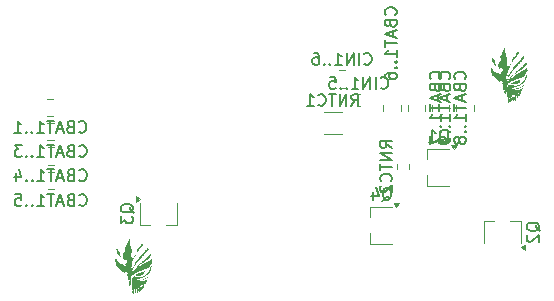
<source format=gbr>
%TF.GenerationSoftware,KiCad,Pcbnew,9.0.3*%
%TF.CreationDate,2025-10-08T16:43:24+01:00*%
%TF.ProjectId,power_bank,706f7765-725f-4626-916e-6b2e6b696361,rev?*%
%TF.SameCoordinates,Original*%
%TF.FileFunction,Legend,Bot*%
%TF.FilePolarity,Positive*%
%FSLAX46Y46*%
G04 Gerber Fmt 4.6, Leading zero omitted, Abs format (unit mm)*
G04 Created by KiCad (PCBNEW 9.0.3) date 2025-10-08 16:43:24*
%MOMM*%
%LPD*%
G01*
G04 APERTURE LIST*
%ADD10C,0.150000*%
%ADD11C,0.000000*%
%ADD12C,0.120000*%
G04 APERTURE END LIST*
D10*
X129229580Y-99491428D02*
X129277200Y-99443809D01*
X129277200Y-99443809D02*
X129324819Y-99300952D01*
X129324819Y-99300952D02*
X129324819Y-99205714D01*
X129324819Y-99205714D02*
X129277200Y-99062857D01*
X129277200Y-99062857D02*
X129181961Y-98967619D01*
X129181961Y-98967619D02*
X129086723Y-98920000D01*
X129086723Y-98920000D02*
X128896247Y-98872381D01*
X128896247Y-98872381D02*
X128753390Y-98872381D01*
X128753390Y-98872381D02*
X128562914Y-98920000D01*
X128562914Y-98920000D02*
X128467676Y-98967619D01*
X128467676Y-98967619D02*
X128372438Y-99062857D01*
X128372438Y-99062857D02*
X128324819Y-99205714D01*
X128324819Y-99205714D02*
X128324819Y-99300952D01*
X128324819Y-99300952D02*
X128372438Y-99443809D01*
X128372438Y-99443809D02*
X128420057Y-99491428D01*
X128801009Y-100253333D02*
X128848628Y-100396190D01*
X128848628Y-100396190D02*
X128896247Y-100443809D01*
X128896247Y-100443809D02*
X128991485Y-100491428D01*
X128991485Y-100491428D02*
X129134342Y-100491428D01*
X129134342Y-100491428D02*
X129229580Y-100443809D01*
X129229580Y-100443809D02*
X129277200Y-100396190D01*
X129277200Y-100396190D02*
X129324819Y-100300952D01*
X129324819Y-100300952D02*
X129324819Y-99920000D01*
X129324819Y-99920000D02*
X128324819Y-99920000D01*
X128324819Y-99920000D02*
X128324819Y-100253333D01*
X128324819Y-100253333D02*
X128372438Y-100348571D01*
X128372438Y-100348571D02*
X128420057Y-100396190D01*
X128420057Y-100396190D02*
X128515295Y-100443809D01*
X128515295Y-100443809D02*
X128610533Y-100443809D01*
X128610533Y-100443809D02*
X128705771Y-100396190D01*
X128705771Y-100396190D02*
X128753390Y-100348571D01*
X128753390Y-100348571D02*
X128801009Y-100253333D01*
X128801009Y-100253333D02*
X128801009Y-99920000D01*
X129039104Y-100872381D02*
X129039104Y-101348571D01*
X129324819Y-100777143D02*
X128324819Y-101110476D01*
X128324819Y-101110476D02*
X129324819Y-101443809D01*
X128324819Y-101634286D02*
X128324819Y-102205714D01*
X129324819Y-101920000D02*
X128324819Y-101920000D01*
X129324819Y-103062857D02*
X129324819Y-102491429D01*
X129324819Y-102777143D02*
X128324819Y-102777143D01*
X128324819Y-102777143D02*
X128467676Y-102681905D01*
X128467676Y-102681905D02*
X128562914Y-102586667D01*
X128562914Y-102586667D02*
X128610533Y-102491429D01*
X129229580Y-103491429D02*
X129277200Y-103539048D01*
X129277200Y-103539048D02*
X129324819Y-103491429D01*
X129324819Y-103491429D02*
X129277200Y-103443810D01*
X129277200Y-103443810D02*
X129229580Y-103491429D01*
X129229580Y-103491429D02*
X129324819Y-103491429D01*
X129229580Y-103967619D02*
X129277200Y-104015238D01*
X129277200Y-104015238D02*
X129324819Y-103967619D01*
X129324819Y-103967619D02*
X129277200Y-103920000D01*
X129277200Y-103920000D02*
X129229580Y-103967619D01*
X129229580Y-103967619D02*
X129324819Y-103967619D01*
X128324819Y-104348571D02*
X128324819Y-105015237D01*
X128324819Y-105015237D02*
X129324819Y-104586666D01*
X98668571Y-108049580D02*
X98716190Y-108097200D01*
X98716190Y-108097200D02*
X98859047Y-108144819D01*
X98859047Y-108144819D02*
X98954285Y-108144819D01*
X98954285Y-108144819D02*
X99097142Y-108097200D01*
X99097142Y-108097200D02*
X99192380Y-108001961D01*
X99192380Y-108001961D02*
X99239999Y-107906723D01*
X99239999Y-107906723D02*
X99287618Y-107716247D01*
X99287618Y-107716247D02*
X99287618Y-107573390D01*
X99287618Y-107573390D02*
X99239999Y-107382914D01*
X99239999Y-107382914D02*
X99192380Y-107287676D01*
X99192380Y-107287676D02*
X99097142Y-107192438D01*
X99097142Y-107192438D02*
X98954285Y-107144819D01*
X98954285Y-107144819D02*
X98859047Y-107144819D01*
X98859047Y-107144819D02*
X98716190Y-107192438D01*
X98716190Y-107192438D02*
X98668571Y-107240057D01*
X97906666Y-107621009D02*
X97763809Y-107668628D01*
X97763809Y-107668628D02*
X97716190Y-107716247D01*
X97716190Y-107716247D02*
X97668571Y-107811485D01*
X97668571Y-107811485D02*
X97668571Y-107954342D01*
X97668571Y-107954342D02*
X97716190Y-108049580D01*
X97716190Y-108049580D02*
X97763809Y-108097200D01*
X97763809Y-108097200D02*
X97859047Y-108144819D01*
X97859047Y-108144819D02*
X98239999Y-108144819D01*
X98239999Y-108144819D02*
X98239999Y-107144819D01*
X98239999Y-107144819D02*
X97906666Y-107144819D01*
X97906666Y-107144819D02*
X97811428Y-107192438D01*
X97811428Y-107192438D02*
X97763809Y-107240057D01*
X97763809Y-107240057D02*
X97716190Y-107335295D01*
X97716190Y-107335295D02*
X97716190Y-107430533D01*
X97716190Y-107430533D02*
X97763809Y-107525771D01*
X97763809Y-107525771D02*
X97811428Y-107573390D01*
X97811428Y-107573390D02*
X97906666Y-107621009D01*
X97906666Y-107621009D02*
X98239999Y-107621009D01*
X97287618Y-107859104D02*
X96811428Y-107859104D01*
X97382856Y-108144819D02*
X97049523Y-107144819D01*
X97049523Y-107144819D02*
X96716190Y-108144819D01*
X96525713Y-107144819D02*
X95954285Y-107144819D01*
X96239999Y-108144819D02*
X96239999Y-107144819D01*
X95097142Y-108144819D02*
X95668570Y-108144819D01*
X95382856Y-108144819D02*
X95382856Y-107144819D01*
X95382856Y-107144819D02*
X95478094Y-107287676D01*
X95478094Y-107287676D02*
X95573332Y-107382914D01*
X95573332Y-107382914D02*
X95668570Y-107430533D01*
X94668570Y-108049580D02*
X94620951Y-108097200D01*
X94620951Y-108097200D02*
X94668570Y-108144819D01*
X94668570Y-108144819D02*
X94716189Y-108097200D01*
X94716189Y-108097200D02*
X94668570Y-108049580D01*
X94668570Y-108049580D02*
X94668570Y-108144819D01*
X94192380Y-108049580D02*
X94144761Y-108097200D01*
X94144761Y-108097200D02*
X94192380Y-108144819D01*
X94192380Y-108144819D02*
X94239999Y-108097200D01*
X94239999Y-108097200D02*
X94192380Y-108049580D01*
X94192380Y-108049580D02*
X94192380Y-108144819D01*
X93287619Y-107478152D02*
X93287619Y-108144819D01*
X93525714Y-107097200D02*
X93763809Y-107811485D01*
X93763809Y-107811485D02*
X93144762Y-107811485D01*
X98638571Y-103949580D02*
X98686190Y-103997200D01*
X98686190Y-103997200D02*
X98829047Y-104044819D01*
X98829047Y-104044819D02*
X98924285Y-104044819D01*
X98924285Y-104044819D02*
X99067142Y-103997200D01*
X99067142Y-103997200D02*
X99162380Y-103901961D01*
X99162380Y-103901961D02*
X99209999Y-103806723D01*
X99209999Y-103806723D02*
X99257618Y-103616247D01*
X99257618Y-103616247D02*
X99257618Y-103473390D01*
X99257618Y-103473390D02*
X99209999Y-103282914D01*
X99209999Y-103282914D02*
X99162380Y-103187676D01*
X99162380Y-103187676D02*
X99067142Y-103092438D01*
X99067142Y-103092438D02*
X98924285Y-103044819D01*
X98924285Y-103044819D02*
X98829047Y-103044819D01*
X98829047Y-103044819D02*
X98686190Y-103092438D01*
X98686190Y-103092438D02*
X98638571Y-103140057D01*
X97876666Y-103521009D02*
X97733809Y-103568628D01*
X97733809Y-103568628D02*
X97686190Y-103616247D01*
X97686190Y-103616247D02*
X97638571Y-103711485D01*
X97638571Y-103711485D02*
X97638571Y-103854342D01*
X97638571Y-103854342D02*
X97686190Y-103949580D01*
X97686190Y-103949580D02*
X97733809Y-103997200D01*
X97733809Y-103997200D02*
X97829047Y-104044819D01*
X97829047Y-104044819D02*
X98209999Y-104044819D01*
X98209999Y-104044819D02*
X98209999Y-103044819D01*
X98209999Y-103044819D02*
X97876666Y-103044819D01*
X97876666Y-103044819D02*
X97781428Y-103092438D01*
X97781428Y-103092438D02*
X97733809Y-103140057D01*
X97733809Y-103140057D02*
X97686190Y-103235295D01*
X97686190Y-103235295D02*
X97686190Y-103330533D01*
X97686190Y-103330533D02*
X97733809Y-103425771D01*
X97733809Y-103425771D02*
X97781428Y-103473390D01*
X97781428Y-103473390D02*
X97876666Y-103521009D01*
X97876666Y-103521009D02*
X98209999Y-103521009D01*
X97257618Y-103759104D02*
X96781428Y-103759104D01*
X97352856Y-104044819D02*
X97019523Y-103044819D01*
X97019523Y-103044819D02*
X96686190Y-104044819D01*
X96495713Y-103044819D02*
X95924285Y-103044819D01*
X96209999Y-104044819D02*
X96209999Y-103044819D01*
X95067142Y-104044819D02*
X95638570Y-104044819D01*
X95352856Y-104044819D02*
X95352856Y-103044819D01*
X95352856Y-103044819D02*
X95448094Y-103187676D01*
X95448094Y-103187676D02*
X95543332Y-103282914D01*
X95543332Y-103282914D02*
X95638570Y-103330533D01*
X94638570Y-103949580D02*
X94590951Y-103997200D01*
X94590951Y-103997200D02*
X94638570Y-104044819D01*
X94638570Y-104044819D02*
X94686189Y-103997200D01*
X94686189Y-103997200D02*
X94638570Y-103949580D01*
X94638570Y-103949580D02*
X94638570Y-104044819D01*
X94162380Y-103949580D02*
X94114761Y-103997200D01*
X94114761Y-103997200D02*
X94162380Y-104044819D01*
X94162380Y-104044819D02*
X94209999Y-103997200D01*
X94209999Y-103997200D02*
X94162380Y-103949580D01*
X94162380Y-103949580D02*
X94162380Y-104044819D01*
X93162381Y-104044819D02*
X93733809Y-104044819D01*
X93448095Y-104044819D02*
X93448095Y-103044819D01*
X93448095Y-103044819D02*
X93543333Y-103187676D01*
X93543333Y-103187676D02*
X93638571Y-103282914D01*
X93638571Y-103282914D02*
X93733809Y-103330533D01*
X124195951Y-100219580D02*
X124243570Y-100267200D01*
X124243570Y-100267200D02*
X124386427Y-100314819D01*
X124386427Y-100314819D02*
X124481665Y-100314819D01*
X124481665Y-100314819D02*
X124624522Y-100267200D01*
X124624522Y-100267200D02*
X124719760Y-100171961D01*
X124719760Y-100171961D02*
X124767379Y-100076723D01*
X124767379Y-100076723D02*
X124814998Y-99886247D01*
X124814998Y-99886247D02*
X124814998Y-99743390D01*
X124814998Y-99743390D02*
X124767379Y-99552914D01*
X124767379Y-99552914D02*
X124719760Y-99457676D01*
X124719760Y-99457676D02*
X124624522Y-99362438D01*
X124624522Y-99362438D02*
X124481665Y-99314819D01*
X124481665Y-99314819D02*
X124386427Y-99314819D01*
X124386427Y-99314819D02*
X124243570Y-99362438D01*
X124243570Y-99362438D02*
X124195951Y-99410057D01*
X123767379Y-100314819D02*
X123767379Y-99314819D01*
X123291189Y-100314819D02*
X123291189Y-99314819D01*
X123291189Y-99314819D02*
X122719761Y-100314819D01*
X122719761Y-100314819D02*
X122719761Y-99314819D01*
X121719761Y-100314819D02*
X122291189Y-100314819D01*
X122005475Y-100314819D02*
X122005475Y-99314819D01*
X122005475Y-99314819D02*
X122100713Y-99457676D01*
X122100713Y-99457676D02*
X122195951Y-99552914D01*
X122195951Y-99552914D02*
X122291189Y-99600533D01*
X121291189Y-100219580D02*
X121243570Y-100267200D01*
X121243570Y-100267200D02*
X121291189Y-100314819D01*
X121291189Y-100314819D02*
X121338808Y-100267200D01*
X121338808Y-100267200D02*
X121291189Y-100219580D01*
X121291189Y-100219580D02*
X121291189Y-100314819D01*
X120814999Y-100219580D02*
X120767380Y-100267200D01*
X120767380Y-100267200D02*
X120814999Y-100314819D01*
X120814999Y-100314819D02*
X120862618Y-100267200D01*
X120862618Y-100267200D02*
X120814999Y-100219580D01*
X120814999Y-100219580D02*
X120814999Y-100314819D01*
X119862619Y-99314819D02*
X120338809Y-99314819D01*
X120338809Y-99314819D02*
X120386428Y-99791009D01*
X120386428Y-99791009D02*
X120338809Y-99743390D01*
X120338809Y-99743390D02*
X120243571Y-99695771D01*
X120243571Y-99695771D02*
X120005476Y-99695771D01*
X120005476Y-99695771D02*
X119910238Y-99743390D01*
X119910238Y-99743390D02*
X119862619Y-99791009D01*
X119862619Y-99791009D02*
X119815000Y-99886247D01*
X119815000Y-99886247D02*
X119815000Y-100124342D01*
X119815000Y-100124342D02*
X119862619Y-100219580D01*
X119862619Y-100219580D02*
X119910238Y-100267200D01*
X119910238Y-100267200D02*
X120005476Y-100314819D01*
X120005476Y-100314819D02*
X120243571Y-100314819D01*
X120243571Y-100314819D02*
X120338809Y-100267200D01*
X120338809Y-100267200D02*
X120386428Y-100219580D01*
X125124819Y-105338571D02*
X124648628Y-105005238D01*
X125124819Y-104767143D02*
X124124819Y-104767143D01*
X124124819Y-104767143D02*
X124124819Y-105148095D01*
X124124819Y-105148095D02*
X124172438Y-105243333D01*
X124172438Y-105243333D02*
X124220057Y-105290952D01*
X124220057Y-105290952D02*
X124315295Y-105338571D01*
X124315295Y-105338571D02*
X124458152Y-105338571D01*
X124458152Y-105338571D02*
X124553390Y-105290952D01*
X124553390Y-105290952D02*
X124601009Y-105243333D01*
X124601009Y-105243333D02*
X124648628Y-105148095D01*
X124648628Y-105148095D02*
X124648628Y-104767143D01*
X125124819Y-105767143D02*
X124124819Y-105767143D01*
X124124819Y-105767143D02*
X125124819Y-106338571D01*
X125124819Y-106338571D02*
X124124819Y-106338571D01*
X124124819Y-106671905D02*
X124124819Y-107243333D01*
X125124819Y-106957619D02*
X124124819Y-106957619D01*
X125029580Y-108148095D02*
X125077200Y-108100476D01*
X125077200Y-108100476D02*
X125124819Y-107957619D01*
X125124819Y-107957619D02*
X125124819Y-107862381D01*
X125124819Y-107862381D02*
X125077200Y-107719524D01*
X125077200Y-107719524D02*
X124981961Y-107624286D01*
X124981961Y-107624286D02*
X124886723Y-107576667D01*
X124886723Y-107576667D02*
X124696247Y-107529048D01*
X124696247Y-107529048D02*
X124553390Y-107529048D01*
X124553390Y-107529048D02*
X124362914Y-107576667D01*
X124362914Y-107576667D02*
X124267676Y-107624286D01*
X124267676Y-107624286D02*
X124172438Y-107719524D01*
X124172438Y-107719524D02*
X124124819Y-107862381D01*
X124124819Y-107862381D02*
X124124819Y-107957619D01*
X124124819Y-107957619D02*
X124172438Y-108100476D01*
X124172438Y-108100476D02*
X124220057Y-108148095D01*
X124220057Y-108529048D02*
X124172438Y-108576667D01*
X124172438Y-108576667D02*
X124124819Y-108671905D01*
X124124819Y-108671905D02*
X124124819Y-108910000D01*
X124124819Y-108910000D02*
X124172438Y-109005238D01*
X124172438Y-109005238D02*
X124220057Y-109052857D01*
X124220057Y-109052857D02*
X124315295Y-109100476D01*
X124315295Y-109100476D02*
X124410533Y-109100476D01*
X124410533Y-109100476D02*
X124553390Y-109052857D01*
X124553390Y-109052857D02*
X125124819Y-108481429D01*
X125124819Y-108481429D02*
X125124819Y-109100476D01*
X103280057Y-110824761D02*
X103232438Y-110729523D01*
X103232438Y-110729523D02*
X103137200Y-110634285D01*
X103137200Y-110634285D02*
X102994342Y-110491428D01*
X102994342Y-110491428D02*
X102946723Y-110396190D01*
X102946723Y-110396190D02*
X102946723Y-110300952D01*
X103184819Y-110348571D02*
X103137200Y-110253333D01*
X103137200Y-110253333D02*
X103041961Y-110158095D01*
X103041961Y-110158095D02*
X102851485Y-110110476D01*
X102851485Y-110110476D02*
X102518152Y-110110476D01*
X102518152Y-110110476D02*
X102327676Y-110158095D01*
X102327676Y-110158095D02*
X102232438Y-110253333D01*
X102232438Y-110253333D02*
X102184819Y-110348571D01*
X102184819Y-110348571D02*
X102184819Y-110539047D01*
X102184819Y-110539047D02*
X102232438Y-110634285D01*
X102232438Y-110634285D02*
X102327676Y-110729523D01*
X102327676Y-110729523D02*
X102518152Y-110777142D01*
X102518152Y-110777142D02*
X102851485Y-110777142D01*
X102851485Y-110777142D02*
X103041961Y-110729523D01*
X103041961Y-110729523D02*
X103137200Y-110634285D01*
X103137200Y-110634285D02*
X103184819Y-110539047D01*
X103184819Y-110539047D02*
X103184819Y-110348571D01*
X102184819Y-111110476D02*
X102184819Y-111729523D01*
X102184819Y-111729523D02*
X102565771Y-111396190D01*
X102565771Y-111396190D02*
X102565771Y-111539047D01*
X102565771Y-111539047D02*
X102613390Y-111634285D01*
X102613390Y-111634285D02*
X102661009Y-111681904D01*
X102661009Y-111681904D02*
X102756247Y-111729523D01*
X102756247Y-111729523D02*
X102994342Y-111729523D01*
X102994342Y-111729523D02*
X103089580Y-111681904D01*
X103089580Y-111681904D02*
X103137200Y-111634285D01*
X103137200Y-111634285D02*
X103184819Y-111539047D01*
X103184819Y-111539047D02*
X103184819Y-111253333D01*
X103184819Y-111253333D02*
X103137200Y-111158095D01*
X103137200Y-111158095D02*
X103089580Y-111110476D01*
X129185238Y-104890057D02*
X129280476Y-104842438D01*
X129280476Y-104842438D02*
X129375714Y-104747200D01*
X129375714Y-104747200D02*
X129518571Y-104604342D01*
X129518571Y-104604342D02*
X129613809Y-104556723D01*
X129613809Y-104556723D02*
X129709047Y-104556723D01*
X129661428Y-104794819D02*
X129756666Y-104747200D01*
X129756666Y-104747200D02*
X129851904Y-104651961D01*
X129851904Y-104651961D02*
X129899523Y-104461485D01*
X129899523Y-104461485D02*
X129899523Y-104128152D01*
X129899523Y-104128152D02*
X129851904Y-103937676D01*
X129851904Y-103937676D02*
X129756666Y-103842438D01*
X129756666Y-103842438D02*
X129661428Y-103794819D01*
X129661428Y-103794819D02*
X129470952Y-103794819D01*
X129470952Y-103794819D02*
X129375714Y-103842438D01*
X129375714Y-103842438D02*
X129280476Y-103937676D01*
X129280476Y-103937676D02*
X129232857Y-104128152D01*
X129232857Y-104128152D02*
X129232857Y-104461485D01*
X129232857Y-104461485D02*
X129280476Y-104651961D01*
X129280476Y-104651961D02*
X129375714Y-104747200D01*
X129375714Y-104747200D02*
X129470952Y-104794819D01*
X129470952Y-104794819D02*
X129661428Y-104794819D01*
X128280476Y-104794819D02*
X128851904Y-104794819D01*
X128566190Y-104794819D02*
X128566190Y-103794819D01*
X128566190Y-103794819D02*
X128661428Y-103937676D01*
X128661428Y-103937676D02*
X128756666Y-104032914D01*
X128756666Y-104032914D02*
X128851904Y-104080533D01*
X98668571Y-110139580D02*
X98716190Y-110187200D01*
X98716190Y-110187200D02*
X98859047Y-110234819D01*
X98859047Y-110234819D02*
X98954285Y-110234819D01*
X98954285Y-110234819D02*
X99097142Y-110187200D01*
X99097142Y-110187200D02*
X99192380Y-110091961D01*
X99192380Y-110091961D02*
X99239999Y-109996723D01*
X99239999Y-109996723D02*
X99287618Y-109806247D01*
X99287618Y-109806247D02*
X99287618Y-109663390D01*
X99287618Y-109663390D02*
X99239999Y-109472914D01*
X99239999Y-109472914D02*
X99192380Y-109377676D01*
X99192380Y-109377676D02*
X99097142Y-109282438D01*
X99097142Y-109282438D02*
X98954285Y-109234819D01*
X98954285Y-109234819D02*
X98859047Y-109234819D01*
X98859047Y-109234819D02*
X98716190Y-109282438D01*
X98716190Y-109282438D02*
X98668571Y-109330057D01*
X97906666Y-109711009D02*
X97763809Y-109758628D01*
X97763809Y-109758628D02*
X97716190Y-109806247D01*
X97716190Y-109806247D02*
X97668571Y-109901485D01*
X97668571Y-109901485D02*
X97668571Y-110044342D01*
X97668571Y-110044342D02*
X97716190Y-110139580D01*
X97716190Y-110139580D02*
X97763809Y-110187200D01*
X97763809Y-110187200D02*
X97859047Y-110234819D01*
X97859047Y-110234819D02*
X98239999Y-110234819D01*
X98239999Y-110234819D02*
X98239999Y-109234819D01*
X98239999Y-109234819D02*
X97906666Y-109234819D01*
X97906666Y-109234819D02*
X97811428Y-109282438D01*
X97811428Y-109282438D02*
X97763809Y-109330057D01*
X97763809Y-109330057D02*
X97716190Y-109425295D01*
X97716190Y-109425295D02*
X97716190Y-109520533D01*
X97716190Y-109520533D02*
X97763809Y-109615771D01*
X97763809Y-109615771D02*
X97811428Y-109663390D01*
X97811428Y-109663390D02*
X97906666Y-109711009D01*
X97906666Y-109711009D02*
X98239999Y-109711009D01*
X97287618Y-109949104D02*
X96811428Y-109949104D01*
X97382856Y-110234819D02*
X97049523Y-109234819D01*
X97049523Y-109234819D02*
X96716190Y-110234819D01*
X96525713Y-109234819D02*
X95954285Y-109234819D01*
X96239999Y-110234819D02*
X96239999Y-109234819D01*
X95097142Y-110234819D02*
X95668570Y-110234819D01*
X95382856Y-110234819D02*
X95382856Y-109234819D01*
X95382856Y-109234819D02*
X95478094Y-109377676D01*
X95478094Y-109377676D02*
X95573332Y-109472914D01*
X95573332Y-109472914D02*
X95668570Y-109520533D01*
X94668570Y-110139580D02*
X94620951Y-110187200D01*
X94620951Y-110187200D02*
X94668570Y-110234819D01*
X94668570Y-110234819D02*
X94716189Y-110187200D01*
X94716189Y-110187200D02*
X94668570Y-110139580D01*
X94668570Y-110139580D02*
X94668570Y-110234819D01*
X94192380Y-110139580D02*
X94144761Y-110187200D01*
X94144761Y-110187200D02*
X94192380Y-110234819D01*
X94192380Y-110234819D02*
X94239999Y-110187200D01*
X94239999Y-110187200D02*
X94192380Y-110139580D01*
X94192380Y-110139580D02*
X94192380Y-110234819D01*
X93240000Y-109234819D02*
X93716190Y-109234819D01*
X93716190Y-109234819D02*
X93763809Y-109711009D01*
X93763809Y-109711009D02*
X93716190Y-109663390D01*
X93716190Y-109663390D02*
X93620952Y-109615771D01*
X93620952Y-109615771D02*
X93382857Y-109615771D01*
X93382857Y-109615771D02*
X93287619Y-109663390D01*
X93287619Y-109663390D02*
X93240000Y-109711009D01*
X93240000Y-109711009D02*
X93192381Y-109806247D01*
X93192381Y-109806247D02*
X93192381Y-110044342D01*
X93192381Y-110044342D02*
X93240000Y-110139580D01*
X93240000Y-110139580D02*
X93287619Y-110187200D01*
X93287619Y-110187200D02*
X93382857Y-110234819D01*
X93382857Y-110234819D02*
X93620952Y-110234819D01*
X93620952Y-110234819D02*
X93716190Y-110187200D01*
X93716190Y-110187200D02*
X93763809Y-110139580D01*
X124335238Y-109800057D02*
X124430476Y-109752438D01*
X124430476Y-109752438D02*
X124525714Y-109657200D01*
X124525714Y-109657200D02*
X124668571Y-109514342D01*
X124668571Y-109514342D02*
X124763809Y-109466723D01*
X124763809Y-109466723D02*
X124859047Y-109466723D01*
X124811428Y-109704819D02*
X124906666Y-109657200D01*
X124906666Y-109657200D02*
X125001904Y-109561961D01*
X125001904Y-109561961D02*
X125049523Y-109371485D01*
X125049523Y-109371485D02*
X125049523Y-109038152D01*
X125049523Y-109038152D02*
X125001904Y-108847676D01*
X125001904Y-108847676D02*
X124906666Y-108752438D01*
X124906666Y-108752438D02*
X124811428Y-108704819D01*
X124811428Y-108704819D02*
X124620952Y-108704819D01*
X124620952Y-108704819D02*
X124525714Y-108752438D01*
X124525714Y-108752438D02*
X124430476Y-108847676D01*
X124430476Y-108847676D02*
X124382857Y-109038152D01*
X124382857Y-109038152D02*
X124382857Y-109371485D01*
X124382857Y-109371485D02*
X124430476Y-109561961D01*
X124430476Y-109561961D02*
X124525714Y-109657200D01*
X124525714Y-109657200D02*
X124620952Y-109704819D01*
X124620952Y-109704819D02*
X124811428Y-109704819D01*
X123525714Y-109038152D02*
X123525714Y-109704819D01*
X123763809Y-108657200D02*
X124001904Y-109371485D01*
X124001904Y-109371485D02*
X123382857Y-109371485D01*
X137660057Y-112384761D02*
X137612438Y-112289523D01*
X137612438Y-112289523D02*
X137517200Y-112194285D01*
X137517200Y-112194285D02*
X137374342Y-112051428D01*
X137374342Y-112051428D02*
X137326723Y-111956190D01*
X137326723Y-111956190D02*
X137326723Y-111860952D01*
X137564819Y-111908571D02*
X137517200Y-111813333D01*
X137517200Y-111813333D02*
X137421961Y-111718095D01*
X137421961Y-111718095D02*
X137231485Y-111670476D01*
X137231485Y-111670476D02*
X136898152Y-111670476D01*
X136898152Y-111670476D02*
X136707676Y-111718095D01*
X136707676Y-111718095D02*
X136612438Y-111813333D01*
X136612438Y-111813333D02*
X136564819Y-111908571D01*
X136564819Y-111908571D02*
X136564819Y-112099047D01*
X136564819Y-112099047D02*
X136612438Y-112194285D01*
X136612438Y-112194285D02*
X136707676Y-112289523D01*
X136707676Y-112289523D02*
X136898152Y-112337142D01*
X136898152Y-112337142D02*
X137231485Y-112337142D01*
X137231485Y-112337142D02*
X137421961Y-112289523D01*
X137421961Y-112289523D02*
X137517200Y-112194285D01*
X137517200Y-112194285D02*
X137564819Y-112099047D01*
X137564819Y-112099047D02*
X137564819Y-111908571D01*
X136660057Y-112718095D02*
X136612438Y-112765714D01*
X136612438Y-112765714D02*
X136564819Y-112860952D01*
X136564819Y-112860952D02*
X136564819Y-113099047D01*
X136564819Y-113099047D02*
X136612438Y-113194285D01*
X136612438Y-113194285D02*
X136660057Y-113241904D01*
X136660057Y-113241904D02*
X136755295Y-113289523D01*
X136755295Y-113289523D02*
X136850533Y-113289523D01*
X136850533Y-113289523D02*
X136993390Y-113241904D01*
X136993390Y-113241904D02*
X137564819Y-112670476D01*
X137564819Y-112670476D02*
X137564819Y-113289523D01*
X125429580Y-94061428D02*
X125477200Y-94013809D01*
X125477200Y-94013809D02*
X125524819Y-93870952D01*
X125524819Y-93870952D02*
X125524819Y-93775714D01*
X125524819Y-93775714D02*
X125477200Y-93632857D01*
X125477200Y-93632857D02*
X125381961Y-93537619D01*
X125381961Y-93537619D02*
X125286723Y-93490000D01*
X125286723Y-93490000D02*
X125096247Y-93442381D01*
X125096247Y-93442381D02*
X124953390Y-93442381D01*
X124953390Y-93442381D02*
X124762914Y-93490000D01*
X124762914Y-93490000D02*
X124667676Y-93537619D01*
X124667676Y-93537619D02*
X124572438Y-93632857D01*
X124572438Y-93632857D02*
X124524819Y-93775714D01*
X124524819Y-93775714D02*
X124524819Y-93870952D01*
X124524819Y-93870952D02*
X124572438Y-94013809D01*
X124572438Y-94013809D02*
X124620057Y-94061428D01*
X125001009Y-94823333D02*
X125048628Y-94966190D01*
X125048628Y-94966190D02*
X125096247Y-95013809D01*
X125096247Y-95013809D02*
X125191485Y-95061428D01*
X125191485Y-95061428D02*
X125334342Y-95061428D01*
X125334342Y-95061428D02*
X125429580Y-95013809D01*
X125429580Y-95013809D02*
X125477200Y-94966190D01*
X125477200Y-94966190D02*
X125524819Y-94870952D01*
X125524819Y-94870952D02*
X125524819Y-94490000D01*
X125524819Y-94490000D02*
X124524819Y-94490000D01*
X124524819Y-94490000D02*
X124524819Y-94823333D01*
X124524819Y-94823333D02*
X124572438Y-94918571D01*
X124572438Y-94918571D02*
X124620057Y-94966190D01*
X124620057Y-94966190D02*
X124715295Y-95013809D01*
X124715295Y-95013809D02*
X124810533Y-95013809D01*
X124810533Y-95013809D02*
X124905771Y-94966190D01*
X124905771Y-94966190D02*
X124953390Y-94918571D01*
X124953390Y-94918571D02*
X125001009Y-94823333D01*
X125001009Y-94823333D02*
X125001009Y-94490000D01*
X125239104Y-95442381D02*
X125239104Y-95918571D01*
X125524819Y-95347143D02*
X124524819Y-95680476D01*
X124524819Y-95680476D02*
X125524819Y-96013809D01*
X124524819Y-96204286D02*
X124524819Y-96775714D01*
X125524819Y-96490000D02*
X124524819Y-96490000D01*
X125524819Y-97632857D02*
X125524819Y-97061429D01*
X125524819Y-97347143D02*
X124524819Y-97347143D01*
X124524819Y-97347143D02*
X124667676Y-97251905D01*
X124667676Y-97251905D02*
X124762914Y-97156667D01*
X124762914Y-97156667D02*
X124810533Y-97061429D01*
X125429580Y-98061429D02*
X125477200Y-98109048D01*
X125477200Y-98109048D02*
X125524819Y-98061429D01*
X125524819Y-98061429D02*
X125477200Y-98013810D01*
X125477200Y-98013810D02*
X125429580Y-98061429D01*
X125429580Y-98061429D02*
X125524819Y-98061429D01*
X125429580Y-98537619D02*
X125477200Y-98585238D01*
X125477200Y-98585238D02*
X125524819Y-98537619D01*
X125524819Y-98537619D02*
X125477200Y-98490000D01*
X125477200Y-98490000D02*
X125429580Y-98537619D01*
X125429580Y-98537619D02*
X125524819Y-98537619D01*
X124524819Y-99442380D02*
X124524819Y-99251904D01*
X124524819Y-99251904D02*
X124572438Y-99156666D01*
X124572438Y-99156666D02*
X124620057Y-99109047D01*
X124620057Y-99109047D02*
X124762914Y-99013809D01*
X124762914Y-99013809D02*
X124953390Y-98966190D01*
X124953390Y-98966190D02*
X125334342Y-98966190D01*
X125334342Y-98966190D02*
X125429580Y-99013809D01*
X125429580Y-99013809D02*
X125477200Y-99061428D01*
X125477200Y-99061428D02*
X125524819Y-99156666D01*
X125524819Y-99156666D02*
X125524819Y-99347142D01*
X125524819Y-99347142D02*
X125477200Y-99442380D01*
X125477200Y-99442380D02*
X125429580Y-99489999D01*
X125429580Y-99489999D02*
X125334342Y-99537618D01*
X125334342Y-99537618D02*
X125096247Y-99537618D01*
X125096247Y-99537618D02*
X125001009Y-99489999D01*
X125001009Y-99489999D02*
X124953390Y-99442380D01*
X124953390Y-99442380D02*
X124905771Y-99347142D01*
X124905771Y-99347142D02*
X124905771Y-99156666D01*
X124905771Y-99156666D02*
X124953390Y-99061428D01*
X124953390Y-99061428D02*
X125001009Y-99013809D01*
X125001009Y-99013809D02*
X125096247Y-98966190D01*
X129989580Y-99501428D02*
X130037200Y-99453809D01*
X130037200Y-99453809D02*
X130084819Y-99310952D01*
X130084819Y-99310952D02*
X130084819Y-99215714D01*
X130084819Y-99215714D02*
X130037200Y-99072857D01*
X130037200Y-99072857D02*
X129941961Y-98977619D01*
X129941961Y-98977619D02*
X129846723Y-98930000D01*
X129846723Y-98930000D02*
X129656247Y-98882381D01*
X129656247Y-98882381D02*
X129513390Y-98882381D01*
X129513390Y-98882381D02*
X129322914Y-98930000D01*
X129322914Y-98930000D02*
X129227676Y-98977619D01*
X129227676Y-98977619D02*
X129132438Y-99072857D01*
X129132438Y-99072857D02*
X129084819Y-99215714D01*
X129084819Y-99215714D02*
X129084819Y-99310952D01*
X129084819Y-99310952D02*
X129132438Y-99453809D01*
X129132438Y-99453809D02*
X129180057Y-99501428D01*
X129561009Y-100263333D02*
X129608628Y-100406190D01*
X129608628Y-100406190D02*
X129656247Y-100453809D01*
X129656247Y-100453809D02*
X129751485Y-100501428D01*
X129751485Y-100501428D02*
X129894342Y-100501428D01*
X129894342Y-100501428D02*
X129989580Y-100453809D01*
X129989580Y-100453809D02*
X130037200Y-100406190D01*
X130037200Y-100406190D02*
X130084819Y-100310952D01*
X130084819Y-100310952D02*
X130084819Y-99930000D01*
X130084819Y-99930000D02*
X129084819Y-99930000D01*
X129084819Y-99930000D02*
X129084819Y-100263333D01*
X129084819Y-100263333D02*
X129132438Y-100358571D01*
X129132438Y-100358571D02*
X129180057Y-100406190D01*
X129180057Y-100406190D02*
X129275295Y-100453809D01*
X129275295Y-100453809D02*
X129370533Y-100453809D01*
X129370533Y-100453809D02*
X129465771Y-100406190D01*
X129465771Y-100406190D02*
X129513390Y-100358571D01*
X129513390Y-100358571D02*
X129561009Y-100263333D01*
X129561009Y-100263333D02*
X129561009Y-99930000D01*
X129799104Y-100882381D02*
X129799104Y-101358571D01*
X130084819Y-100787143D02*
X129084819Y-101120476D01*
X129084819Y-101120476D02*
X130084819Y-101453809D01*
X129084819Y-101644286D02*
X129084819Y-102215714D01*
X130084819Y-101930000D02*
X129084819Y-101930000D01*
X130084819Y-103072857D02*
X130084819Y-102501429D01*
X130084819Y-102787143D02*
X129084819Y-102787143D01*
X129084819Y-102787143D02*
X129227676Y-102691905D01*
X129227676Y-102691905D02*
X129322914Y-102596667D01*
X129322914Y-102596667D02*
X129370533Y-102501429D01*
X129989580Y-103501429D02*
X130037200Y-103549048D01*
X130037200Y-103549048D02*
X130084819Y-103501429D01*
X130084819Y-103501429D02*
X130037200Y-103453810D01*
X130037200Y-103453810D02*
X129989580Y-103501429D01*
X129989580Y-103501429D02*
X130084819Y-103501429D01*
X129989580Y-103977619D02*
X130037200Y-104025238D01*
X130037200Y-104025238D02*
X130084819Y-103977619D01*
X130084819Y-103977619D02*
X130037200Y-103930000D01*
X130037200Y-103930000D02*
X129989580Y-103977619D01*
X129989580Y-103977619D02*
X130084819Y-103977619D01*
X130084819Y-104501428D02*
X130084819Y-104691904D01*
X130084819Y-104691904D02*
X130037200Y-104787142D01*
X130037200Y-104787142D02*
X129989580Y-104834761D01*
X129989580Y-104834761D02*
X129846723Y-104929999D01*
X129846723Y-104929999D02*
X129656247Y-104977618D01*
X129656247Y-104977618D02*
X129275295Y-104977618D01*
X129275295Y-104977618D02*
X129180057Y-104929999D01*
X129180057Y-104929999D02*
X129132438Y-104882380D01*
X129132438Y-104882380D02*
X129084819Y-104787142D01*
X129084819Y-104787142D02*
X129084819Y-104596666D01*
X129084819Y-104596666D02*
X129132438Y-104501428D01*
X129132438Y-104501428D02*
X129180057Y-104453809D01*
X129180057Y-104453809D02*
X129275295Y-104406190D01*
X129275295Y-104406190D02*
X129513390Y-104406190D01*
X129513390Y-104406190D02*
X129608628Y-104453809D01*
X129608628Y-104453809D02*
X129656247Y-104501428D01*
X129656247Y-104501428D02*
X129703866Y-104596666D01*
X129703866Y-104596666D02*
X129703866Y-104787142D01*
X129703866Y-104787142D02*
X129656247Y-104882380D01*
X129656247Y-104882380D02*
X129608628Y-104929999D01*
X129608628Y-104929999D02*
X129513390Y-104977618D01*
X122790951Y-98189580D02*
X122838570Y-98237200D01*
X122838570Y-98237200D02*
X122981427Y-98284819D01*
X122981427Y-98284819D02*
X123076665Y-98284819D01*
X123076665Y-98284819D02*
X123219522Y-98237200D01*
X123219522Y-98237200D02*
X123314760Y-98141961D01*
X123314760Y-98141961D02*
X123362379Y-98046723D01*
X123362379Y-98046723D02*
X123409998Y-97856247D01*
X123409998Y-97856247D02*
X123409998Y-97713390D01*
X123409998Y-97713390D02*
X123362379Y-97522914D01*
X123362379Y-97522914D02*
X123314760Y-97427676D01*
X123314760Y-97427676D02*
X123219522Y-97332438D01*
X123219522Y-97332438D02*
X123076665Y-97284819D01*
X123076665Y-97284819D02*
X122981427Y-97284819D01*
X122981427Y-97284819D02*
X122838570Y-97332438D01*
X122838570Y-97332438D02*
X122790951Y-97380057D01*
X122362379Y-98284819D02*
X122362379Y-97284819D01*
X121886189Y-98284819D02*
X121886189Y-97284819D01*
X121886189Y-97284819D02*
X121314761Y-98284819D01*
X121314761Y-98284819D02*
X121314761Y-97284819D01*
X120314761Y-98284819D02*
X120886189Y-98284819D01*
X120600475Y-98284819D02*
X120600475Y-97284819D01*
X120600475Y-97284819D02*
X120695713Y-97427676D01*
X120695713Y-97427676D02*
X120790951Y-97522914D01*
X120790951Y-97522914D02*
X120886189Y-97570533D01*
X119886189Y-98189580D02*
X119838570Y-98237200D01*
X119838570Y-98237200D02*
X119886189Y-98284819D01*
X119886189Y-98284819D02*
X119933808Y-98237200D01*
X119933808Y-98237200D02*
X119886189Y-98189580D01*
X119886189Y-98189580D02*
X119886189Y-98284819D01*
X119409999Y-98189580D02*
X119362380Y-98237200D01*
X119362380Y-98237200D02*
X119409999Y-98284819D01*
X119409999Y-98284819D02*
X119457618Y-98237200D01*
X119457618Y-98237200D02*
X119409999Y-98189580D01*
X119409999Y-98189580D02*
X119409999Y-98284819D01*
X118505238Y-97284819D02*
X118695714Y-97284819D01*
X118695714Y-97284819D02*
X118790952Y-97332438D01*
X118790952Y-97332438D02*
X118838571Y-97380057D01*
X118838571Y-97380057D02*
X118933809Y-97522914D01*
X118933809Y-97522914D02*
X118981428Y-97713390D01*
X118981428Y-97713390D02*
X118981428Y-98094342D01*
X118981428Y-98094342D02*
X118933809Y-98189580D01*
X118933809Y-98189580D02*
X118886190Y-98237200D01*
X118886190Y-98237200D02*
X118790952Y-98284819D01*
X118790952Y-98284819D02*
X118600476Y-98284819D01*
X118600476Y-98284819D02*
X118505238Y-98237200D01*
X118505238Y-98237200D02*
X118457619Y-98189580D01*
X118457619Y-98189580D02*
X118410000Y-98094342D01*
X118410000Y-98094342D02*
X118410000Y-97856247D01*
X118410000Y-97856247D02*
X118457619Y-97761009D01*
X118457619Y-97761009D02*
X118505238Y-97713390D01*
X118505238Y-97713390D02*
X118600476Y-97665771D01*
X118600476Y-97665771D02*
X118790952Y-97665771D01*
X118790952Y-97665771D02*
X118886190Y-97713390D01*
X118886190Y-97713390D02*
X118933809Y-97761009D01*
X118933809Y-97761009D02*
X118981428Y-97856247D01*
X131299580Y-99491428D02*
X131347200Y-99443809D01*
X131347200Y-99443809D02*
X131394819Y-99300952D01*
X131394819Y-99300952D02*
X131394819Y-99205714D01*
X131394819Y-99205714D02*
X131347200Y-99062857D01*
X131347200Y-99062857D02*
X131251961Y-98967619D01*
X131251961Y-98967619D02*
X131156723Y-98920000D01*
X131156723Y-98920000D02*
X130966247Y-98872381D01*
X130966247Y-98872381D02*
X130823390Y-98872381D01*
X130823390Y-98872381D02*
X130632914Y-98920000D01*
X130632914Y-98920000D02*
X130537676Y-98967619D01*
X130537676Y-98967619D02*
X130442438Y-99062857D01*
X130442438Y-99062857D02*
X130394819Y-99205714D01*
X130394819Y-99205714D02*
X130394819Y-99300952D01*
X130394819Y-99300952D02*
X130442438Y-99443809D01*
X130442438Y-99443809D02*
X130490057Y-99491428D01*
X130871009Y-100253333D02*
X130918628Y-100396190D01*
X130918628Y-100396190D02*
X130966247Y-100443809D01*
X130966247Y-100443809D02*
X131061485Y-100491428D01*
X131061485Y-100491428D02*
X131204342Y-100491428D01*
X131204342Y-100491428D02*
X131299580Y-100443809D01*
X131299580Y-100443809D02*
X131347200Y-100396190D01*
X131347200Y-100396190D02*
X131394819Y-100300952D01*
X131394819Y-100300952D02*
X131394819Y-99920000D01*
X131394819Y-99920000D02*
X130394819Y-99920000D01*
X130394819Y-99920000D02*
X130394819Y-100253333D01*
X130394819Y-100253333D02*
X130442438Y-100348571D01*
X130442438Y-100348571D02*
X130490057Y-100396190D01*
X130490057Y-100396190D02*
X130585295Y-100443809D01*
X130585295Y-100443809D02*
X130680533Y-100443809D01*
X130680533Y-100443809D02*
X130775771Y-100396190D01*
X130775771Y-100396190D02*
X130823390Y-100348571D01*
X130823390Y-100348571D02*
X130871009Y-100253333D01*
X130871009Y-100253333D02*
X130871009Y-99920000D01*
X131109104Y-100872381D02*
X131109104Y-101348571D01*
X131394819Y-100777143D02*
X130394819Y-101110476D01*
X130394819Y-101110476D02*
X131394819Y-101443809D01*
X130394819Y-101634286D02*
X130394819Y-102205714D01*
X131394819Y-101920000D02*
X130394819Y-101920000D01*
X131394819Y-103062857D02*
X131394819Y-102491429D01*
X131394819Y-102777143D02*
X130394819Y-102777143D01*
X130394819Y-102777143D02*
X130537676Y-102681905D01*
X130537676Y-102681905D02*
X130632914Y-102586667D01*
X130632914Y-102586667D02*
X130680533Y-102491429D01*
X131299580Y-103491429D02*
X131347200Y-103539048D01*
X131347200Y-103539048D02*
X131394819Y-103491429D01*
X131394819Y-103491429D02*
X131347200Y-103443810D01*
X131347200Y-103443810D02*
X131299580Y-103491429D01*
X131299580Y-103491429D02*
X131394819Y-103491429D01*
X131299580Y-103967619D02*
X131347200Y-104015238D01*
X131347200Y-104015238D02*
X131394819Y-103967619D01*
X131394819Y-103967619D02*
X131347200Y-103920000D01*
X131347200Y-103920000D02*
X131299580Y-103967619D01*
X131299580Y-103967619D02*
X131394819Y-103967619D01*
X130823390Y-104586666D02*
X130775771Y-104491428D01*
X130775771Y-104491428D02*
X130728152Y-104443809D01*
X130728152Y-104443809D02*
X130632914Y-104396190D01*
X130632914Y-104396190D02*
X130585295Y-104396190D01*
X130585295Y-104396190D02*
X130490057Y-104443809D01*
X130490057Y-104443809D02*
X130442438Y-104491428D01*
X130442438Y-104491428D02*
X130394819Y-104586666D01*
X130394819Y-104586666D02*
X130394819Y-104777142D01*
X130394819Y-104777142D02*
X130442438Y-104872380D01*
X130442438Y-104872380D02*
X130490057Y-104919999D01*
X130490057Y-104919999D02*
X130585295Y-104967618D01*
X130585295Y-104967618D02*
X130632914Y-104967618D01*
X130632914Y-104967618D02*
X130728152Y-104919999D01*
X130728152Y-104919999D02*
X130775771Y-104872380D01*
X130775771Y-104872380D02*
X130823390Y-104777142D01*
X130823390Y-104777142D02*
X130823390Y-104586666D01*
X130823390Y-104586666D02*
X130871009Y-104491428D01*
X130871009Y-104491428D02*
X130918628Y-104443809D01*
X130918628Y-104443809D02*
X131013866Y-104396190D01*
X131013866Y-104396190D02*
X131204342Y-104396190D01*
X131204342Y-104396190D02*
X131299580Y-104443809D01*
X131299580Y-104443809D02*
X131347200Y-104491428D01*
X131347200Y-104491428D02*
X131394819Y-104586666D01*
X131394819Y-104586666D02*
X131394819Y-104777142D01*
X131394819Y-104777142D02*
X131347200Y-104872380D01*
X131347200Y-104872380D02*
X131299580Y-104919999D01*
X131299580Y-104919999D02*
X131204342Y-104967618D01*
X131204342Y-104967618D02*
X131013866Y-104967618D01*
X131013866Y-104967618D02*
X130918628Y-104919999D01*
X130918628Y-104919999D02*
X130871009Y-104872380D01*
X130871009Y-104872380D02*
X130823390Y-104777142D01*
X121711428Y-101764819D02*
X122044761Y-101288628D01*
X122282856Y-101764819D02*
X122282856Y-100764819D01*
X122282856Y-100764819D02*
X121901904Y-100764819D01*
X121901904Y-100764819D02*
X121806666Y-100812438D01*
X121806666Y-100812438D02*
X121759047Y-100860057D01*
X121759047Y-100860057D02*
X121711428Y-100955295D01*
X121711428Y-100955295D02*
X121711428Y-101098152D01*
X121711428Y-101098152D02*
X121759047Y-101193390D01*
X121759047Y-101193390D02*
X121806666Y-101241009D01*
X121806666Y-101241009D02*
X121901904Y-101288628D01*
X121901904Y-101288628D02*
X122282856Y-101288628D01*
X121282856Y-101764819D02*
X121282856Y-100764819D01*
X121282856Y-100764819D02*
X120711428Y-101764819D01*
X120711428Y-101764819D02*
X120711428Y-100764819D01*
X120378094Y-100764819D02*
X119806666Y-100764819D01*
X120092380Y-101764819D02*
X120092380Y-100764819D01*
X118901904Y-101669580D02*
X118949523Y-101717200D01*
X118949523Y-101717200D02*
X119092380Y-101764819D01*
X119092380Y-101764819D02*
X119187618Y-101764819D01*
X119187618Y-101764819D02*
X119330475Y-101717200D01*
X119330475Y-101717200D02*
X119425713Y-101621961D01*
X119425713Y-101621961D02*
X119473332Y-101526723D01*
X119473332Y-101526723D02*
X119520951Y-101336247D01*
X119520951Y-101336247D02*
X119520951Y-101193390D01*
X119520951Y-101193390D02*
X119473332Y-101002914D01*
X119473332Y-101002914D02*
X119425713Y-100907676D01*
X119425713Y-100907676D02*
X119330475Y-100812438D01*
X119330475Y-100812438D02*
X119187618Y-100764819D01*
X119187618Y-100764819D02*
X119092380Y-100764819D01*
X119092380Y-100764819D02*
X118949523Y-100812438D01*
X118949523Y-100812438D02*
X118901904Y-100860057D01*
X117949523Y-101764819D02*
X118520951Y-101764819D01*
X118235237Y-101764819D02*
X118235237Y-100764819D01*
X118235237Y-100764819D02*
X118330475Y-100907676D01*
X118330475Y-100907676D02*
X118425713Y-101002914D01*
X118425713Y-101002914D02*
X118520951Y-101050533D01*
X98658571Y-105989580D02*
X98706190Y-106037200D01*
X98706190Y-106037200D02*
X98849047Y-106084819D01*
X98849047Y-106084819D02*
X98944285Y-106084819D01*
X98944285Y-106084819D02*
X99087142Y-106037200D01*
X99087142Y-106037200D02*
X99182380Y-105941961D01*
X99182380Y-105941961D02*
X99229999Y-105846723D01*
X99229999Y-105846723D02*
X99277618Y-105656247D01*
X99277618Y-105656247D02*
X99277618Y-105513390D01*
X99277618Y-105513390D02*
X99229999Y-105322914D01*
X99229999Y-105322914D02*
X99182380Y-105227676D01*
X99182380Y-105227676D02*
X99087142Y-105132438D01*
X99087142Y-105132438D02*
X98944285Y-105084819D01*
X98944285Y-105084819D02*
X98849047Y-105084819D01*
X98849047Y-105084819D02*
X98706190Y-105132438D01*
X98706190Y-105132438D02*
X98658571Y-105180057D01*
X97896666Y-105561009D02*
X97753809Y-105608628D01*
X97753809Y-105608628D02*
X97706190Y-105656247D01*
X97706190Y-105656247D02*
X97658571Y-105751485D01*
X97658571Y-105751485D02*
X97658571Y-105894342D01*
X97658571Y-105894342D02*
X97706190Y-105989580D01*
X97706190Y-105989580D02*
X97753809Y-106037200D01*
X97753809Y-106037200D02*
X97849047Y-106084819D01*
X97849047Y-106084819D02*
X98229999Y-106084819D01*
X98229999Y-106084819D02*
X98229999Y-105084819D01*
X98229999Y-105084819D02*
X97896666Y-105084819D01*
X97896666Y-105084819D02*
X97801428Y-105132438D01*
X97801428Y-105132438D02*
X97753809Y-105180057D01*
X97753809Y-105180057D02*
X97706190Y-105275295D01*
X97706190Y-105275295D02*
X97706190Y-105370533D01*
X97706190Y-105370533D02*
X97753809Y-105465771D01*
X97753809Y-105465771D02*
X97801428Y-105513390D01*
X97801428Y-105513390D02*
X97896666Y-105561009D01*
X97896666Y-105561009D02*
X98229999Y-105561009D01*
X97277618Y-105799104D02*
X96801428Y-105799104D01*
X97372856Y-106084819D02*
X97039523Y-105084819D01*
X97039523Y-105084819D02*
X96706190Y-106084819D01*
X96515713Y-105084819D02*
X95944285Y-105084819D01*
X96229999Y-106084819D02*
X96229999Y-105084819D01*
X95087142Y-106084819D02*
X95658570Y-106084819D01*
X95372856Y-106084819D02*
X95372856Y-105084819D01*
X95372856Y-105084819D02*
X95468094Y-105227676D01*
X95468094Y-105227676D02*
X95563332Y-105322914D01*
X95563332Y-105322914D02*
X95658570Y-105370533D01*
X94658570Y-105989580D02*
X94610951Y-106037200D01*
X94610951Y-106037200D02*
X94658570Y-106084819D01*
X94658570Y-106084819D02*
X94706189Y-106037200D01*
X94706189Y-106037200D02*
X94658570Y-105989580D01*
X94658570Y-105989580D02*
X94658570Y-106084819D01*
X94182380Y-105989580D02*
X94134761Y-106037200D01*
X94134761Y-106037200D02*
X94182380Y-106084819D01*
X94182380Y-106084819D02*
X94229999Y-106037200D01*
X94229999Y-106037200D02*
X94182380Y-105989580D01*
X94182380Y-105989580D02*
X94182380Y-106084819D01*
X93801428Y-105084819D02*
X93182381Y-105084819D01*
X93182381Y-105084819D02*
X93515714Y-105465771D01*
X93515714Y-105465771D02*
X93372857Y-105465771D01*
X93372857Y-105465771D02*
X93277619Y-105513390D01*
X93277619Y-105513390D02*
X93230000Y-105561009D01*
X93230000Y-105561009D02*
X93182381Y-105656247D01*
X93182381Y-105656247D02*
X93182381Y-105894342D01*
X93182381Y-105894342D02*
X93230000Y-105989580D01*
X93230000Y-105989580D02*
X93277619Y-106037200D01*
X93277619Y-106037200D02*
X93372857Y-106084819D01*
X93372857Y-106084819D02*
X93658571Y-106084819D01*
X93658571Y-106084819D02*
X93753809Y-106037200D01*
X93753809Y-106037200D02*
X93801428Y-105989580D01*
D11*
%TO.C,G\u002A\u002A\u002A*%
G36*
X104135713Y-116747738D02*
G01*
X104142521Y-116766757D01*
X104151297Y-116794664D01*
X104158887Y-116820793D01*
X104178169Y-116905243D01*
X104185753Y-116981204D01*
X104181590Y-117050605D01*
X104165630Y-117115372D01*
X104150355Y-117152845D01*
X104137368Y-117177401D01*
X104126128Y-117190053D01*
X104113851Y-117193850D01*
X104112912Y-117193863D01*
X104097092Y-117188604D01*
X104086690Y-117170852D01*
X104086577Y-117170528D01*
X104081478Y-117151391D01*
X104075588Y-117122606D01*
X104070092Y-117090028D01*
X104069541Y-117086316D01*
X104065862Y-117057762D01*
X104064622Y-117034210D01*
X104066177Y-117010760D01*
X104070885Y-116982507D01*
X104079101Y-116944550D01*
X104080201Y-116939719D01*
X104095174Y-116874728D01*
X104107217Y-116823931D01*
X104116614Y-116786230D01*
X104123652Y-116760527D01*
X104128616Y-116745723D01*
X104131790Y-116740722D01*
X104131915Y-116740710D01*
X104135713Y-116747738D01*
G37*
G36*
X103245107Y-117187270D02*
G01*
X103257949Y-117211537D01*
X103272324Y-117244992D01*
X103286961Y-117284686D01*
X103300271Y-117326576D01*
X103309087Y-117357798D01*
X103314931Y-117382992D01*
X103318217Y-117406578D01*
X103319360Y-117432979D01*
X103318775Y-117466615D01*
X103317135Y-117506275D01*
X103313698Y-117564490D01*
X103309131Y-117608803D01*
X103303074Y-117640920D01*
X103295167Y-117662544D01*
X103285049Y-117675381D01*
X103280805Y-117678176D01*
X103254066Y-117685666D01*
X103228757Y-117681195D01*
X103215016Y-117671331D01*
X103195453Y-117640645D01*
X103180310Y-117598886D01*
X103170359Y-117550174D01*
X103166370Y-117498629D01*
X103169113Y-117448373D01*
X103171017Y-117436065D01*
X103179316Y-117392226D01*
X103188761Y-117346635D01*
X103198743Y-117301777D01*
X103208651Y-117260137D01*
X103217877Y-117224200D01*
X103225809Y-117196451D01*
X103231838Y-117179376D01*
X103235066Y-117175140D01*
X103245107Y-117187270D01*
G37*
G36*
X103422573Y-117120637D02*
G01*
X103427552Y-117126262D01*
X103433380Y-117133420D01*
X103445014Y-117152832D01*
X103455694Y-117180367D01*
X103460743Y-117199431D01*
X103468414Y-117232028D01*
X103477449Y-117264921D01*
X103482134Y-117279806D01*
X103493436Y-117329030D01*
X103498240Y-117387021D01*
X103496865Y-117448985D01*
X103489627Y-117510133D01*
X103476845Y-117565672D01*
X103460380Y-117607856D01*
X103442681Y-117634629D01*
X103423651Y-117650338D01*
X103405580Y-117653739D01*
X103391878Y-117645062D01*
X103385589Y-117633385D01*
X103376032Y-117611275D01*
X103365054Y-117583062D01*
X103362717Y-117576699D01*
X103351577Y-117542253D01*
X103344573Y-117509524D01*
X103341805Y-117475702D01*
X103343378Y-117437977D01*
X103349395Y-117393541D01*
X103359959Y-117339584D01*
X103373618Y-117279806D01*
X103386733Y-117224501D01*
X103396710Y-117182741D01*
X103404207Y-117152912D01*
X103409883Y-117133400D01*
X103414397Y-117122593D01*
X103418407Y-117118876D01*
X103422573Y-117120637D01*
G37*
G36*
X103808883Y-116997261D02*
G01*
X103823869Y-117023942D01*
X103839073Y-117064987D01*
X103852688Y-117113735D01*
X103860626Y-117150021D01*
X103865850Y-117186297D01*
X103868834Y-117227395D01*
X103870052Y-117278144D01*
X103870131Y-117291525D01*
X103870042Y-117336482D01*
X103869138Y-117369249D01*
X103867013Y-117393256D01*
X103863261Y-117411934D01*
X103857475Y-117428712D01*
X103852548Y-117439972D01*
X103839453Y-117463450D01*
X103821941Y-117488481D01*
X103802985Y-117511512D01*
X103785557Y-117528991D01*
X103772630Y-117537364D01*
X103770826Y-117537634D01*
X103764014Y-117531129D01*
X103754321Y-117514627D01*
X103749324Y-117504096D01*
X103736762Y-117462267D01*
X103729718Y-117406455D01*
X103728208Y-117337305D01*
X103732246Y-117255461D01*
X103741239Y-117166517D01*
X103747291Y-117120009D01*
X103753479Y-117077761D01*
X103759321Y-117042687D01*
X103764337Y-117017700D01*
X103767649Y-117006447D01*
X103780532Y-116988209D01*
X103794357Y-116985249D01*
X103808883Y-116997261D01*
G37*
G36*
X103988289Y-116888802D02*
G01*
X103996596Y-116906860D01*
X104006350Y-116934416D01*
X104016649Y-116968577D01*
X104026588Y-117006453D01*
X104035262Y-117045149D01*
X104038798Y-117063658D01*
X104043143Y-117098338D01*
X104044692Y-117133809D01*
X104043583Y-117157093D01*
X104038118Y-117184651D01*
X104028051Y-117219774D01*
X104014910Y-117258406D01*
X104000220Y-117296492D01*
X103985507Y-117329976D01*
X103972298Y-117354804D01*
X103965788Y-117363795D01*
X103947428Y-117377852D01*
X103930603Y-117380376D01*
X103919071Y-117370955D01*
X103918227Y-117369016D01*
X103914495Y-117348486D01*
X103913736Y-117317707D01*
X103915815Y-117281746D01*
X103920596Y-117245668D01*
X103921675Y-117239854D01*
X103925084Y-117216662D01*
X103928795Y-117182012D01*
X103932425Y-117140055D01*
X103935588Y-117094945D01*
X103936436Y-117080575D01*
X103941502Y-117016856D01*
X103948808Y-116964159D01*
X103958091Y-116923606D01*
X103969091Y-116896321D01*
X103981547Y-116883426D01*
X103982337Y-116883134D01*
X103988289Y-116888802D01*
G37*
G36*
X103611391Y-117063509D02*
G01*
X103621449Y-117076760D01*
X103632107Y-117102235D01*
X103644046Y-117141107D01*
X103654011Y-117178815D01*
X103666561Y-117231538D01*
X103674794Y-117275084D01*
X103679538Y-117315031D01*
X103681621Y-117356956D01*
X103681789Y-117365909D01*
X103682045Y-117403648D01*
X103680928Y-117430501D01*
X103677590Y-117451198D01*
X103671184Y-117470471D01*
X103660863Y-117493050D01*
X103657946Y-117499005D01*
X103640638Y-117530667D01*
X103623463Y-117556101D01*
X103608147Y-117573347D01*
X103596418Y-117580445D01*
X103590145Y-117575916D01*
X103586484Y-117562267D01*
X103580977Y-117539726D01*
X103577749Y-117525914D01*
X103568953Y-117495333D01*
X103556612Y-117461204D01*
X103549709Y-117444887D01*
X103539082Y-117417357D01*
X103532163Y-117391498D01*
X103530648Y-117378742D01*
X103532113Y-117358588D01*
X103536125Y-117328111D01*
X103542112Y-117290276D01*
X103549503Y-117248051D01*
X103557727Y-117204402D01*
X103566210Y-117162296D01*
X103574381Y-117124699D01*
X103581669Y-117094579D01*
X103587501Y-117074902D01*
X103590356Y-117068987D01*
X103601253Y-117061309D01*
X103611391Y-117063509D01*
G37*
G36*
X104201689Y-115785723D02*
G01*
X104198209Y-115807603D01*
X104190621Y-115836583D01*
X104179965Y-115869036D01*
X104167277Y-115901337D01*
X104157937Y-115921527D01*
X104116948Y-115986422D01*
X104064101Y-116041388D01*
X103999944Y-116085997D01*
X103925024Y-116119821D01*
X103889990Y-116130844D01*
X103841650Y-116140847D01*
X103782617Y-116147687D01*
X103717536Y-116151189D01*
X103651052Y-116151178D01*
X103587809Y-116147478D01*
X103554087Y-116143522D01*
X103505443Y-116135022D01*
X103465182Y-116125048D01*
X103435236Y-116114258D01*
X103417534Y-116103312D01*
X103413454Y-116095553D01*
X103419961Y-116084149D01*
X103437837Y-116067217D01*
X103464613Y-116046486D01*
X103497819Y-116023689D01*
X103534986Y-116000553D01*
X103573646Y-115978810D01*
X103597059Y-115966896D01*
X103631770Y-115951507D01*
X103677401Y-115933849D01*
X103734900Y-115913596D01*
X103805212Y-115890420D01*
X103889286Y-115863993D01*
X103935652Y-115849800D01*
X103996542Y-115831440D01*
X104052600Y-115814808D01*
X104102100Y-115800395D01*
X104143317Y-115788693D01*
X104174523Y-115780191D01*
X104193991Y-115775383D01*
X104200023Y-115774567D01*
X104201689Y-115785723D01*
G37*
G36*
X101853152Y-113855889D02*
G01*
X101868100Y-113872338D01*
X101888412Y-113897029D01*
X101912217Y-113927736D01*
X101923180Y-113942396D01*
X101951510Y-113979507D01*
X101980771Y-114015818D01*
X102007860Y-114047602D01*
X102029672Y-114071130D01*
X102033251Y-114074633D01*
X102074906Y-114114389D01*
X102088221Y-114214233D01*
X102100042Y-114288129D01*
X102114961Y-114357815D01*
X102132130Y-114420015D01*
X102150701Y-114471448D01*
X102159902Y-114491423D01*
X102168992Y-114514513D01*
X102175623Y-114540945D01*
X102179293Y-114566572D01*
X102179500Y-114587242D01*
X102175743Y-114598806D01*
X102173021Y-114599953D01*
X102165781Y-114594687D01*
X102149534Y-114580109D01*
X102126226Y-114558053D01*
X102097802Y-114530350D01*
X102074941Y-114507615D01*
X102030249Y-114461364D01*
X101997102Y-114423699D01*
X101974685Y-114393648D01*
X101964446Y-114375568D01*
X101948407Y-114347813D01*
X101926237Y-114317680D01*
X101909268Y-114298550D01*
X101872488Y-114261241D01*
X101870093Y-114186442D01*
X101864830Y-114115679D01*
X101854147Y-114049170D01*
X101838846Y-113991159D01*
X101827888Y-113962436D01*
X101818337Y-113936779D01*
X101812569Y-113913436D01*
X101811793Y-113905343D01*
X101815908Y-113884379D01*
X101826007Y-113864741D01*
X101838719Y-113851984D01*
X101845441Y-113849911D01*
X101853152Y-113855889D01*
G37*
G36*
X104111362Y-113439855D02*
G01*
X104149041Y-113443292D01*
X104171687Y-113449507D01*
X104179126Y-113458335D01*
X104172366Y-113464139D01*
X104155315Y-113471477D01*
X104145986Y-113474526D01*
X104129841Y-113479604D01*
X104116370Y-113485134D01*
X104103658Y-113492851D01*
X104089793Y-113504489D01*
X104072862Y-113521782D01*
X104050951Y-113546464D01*
X104022147Y-113580268D01*
X103999032Y-113607705D01*
X103916601Y-113708303D01*
X103834102Y-113813963D01*
X103754698Y-113920469D01*
X103681556Y-114023608D01*
X103636645Y-114090223D01*
X103610497Y-114129421D01*
X103586939Y-114163701D01*
X103567402Y-114191064D01*
X103553318Y-114209511D01*
X103546118Y-114217041D01*
X103545813Y-114217117D01*
X103542804Y-114209777D01*
X103540422Y-114189635D01*
X103538902Y-114159513D01*
X103538461Y-114128250D01*
X103538821Y-114089045D01*
X103540501Y-114058709D01*
X103544401Y-114031981D01*
X103551423Y-114003598D01*
X103562466Y-113968298D01*
X103569384Y-113947577D01*
X103582377Y-113910884D01*
X103594948Y-113878690D01*
X103605668Y-113854451D01*
X103613110Y-113841624D01*
X103613155Y-113841574D01*
X103625807Y-113831562D01*
X103648348Y-113817227D01*
X103676643Y-113801139D01*
X103687119Y-113795582D01*
X103754100Y-113756235D01*
X103807235Y-113715243D01*
X103845726Y-113673242D01*
X103852290Y-113663712D01*
X103862975Y-113646534D01*
X103869632Y-113632189D01*
X103872974Y-113616472D01*
X103873713Y-113595174D01*
X103872564Y-113564092D01*
X103871774Y-113548737D01*
X103869790Y-113514298D01*
X103867775Y-113485074D01*
X103866018Y-113465025D01*
X103865181Y-113458910D01*
X103866666Y-113454518D01*
X103874587Y-113451020D01*
X103890903Y-113448143D01*
X103917571Y-113445617D01*
X103956552Y-113443169D01*
X103991614Y-113441385D01*
X104058828Y-113439215D01*
X104111362Y-113439855D01*
G37*
G36*
X104803618Y-115247797D02*
G01*
X104803731Y-115266923D01*
X104802521Y-115294372D01*
X104801803Y-115305075D01*
X104798945Y-115330747D01*
X104793519Y-115361288D01*
X104785047Y-115398634D01*
X104773050Y-115444724D01*
X104757048Y-115501494D01*
X104736562Y-115570882D01*
X104733679Y-115580482D01*
X104716366Y-115636974D01*
X104699496Y-115690031D01*
X104683846Y-115737364D01*
X104670188Y-115776687D01*
X104659298Y-115805714D01*
X104651951Y-115822158D01*
X104651645Y-115822685D01*
X104628598Y-115854917D01*
X104594359Y-115893947D01*
X104550848Y-115938069D01*
X104499980Y-115985574D01*
X104443674Y-116034755D01*
X104383847Y-116083905D01*
X104322416Y-116131316D01*
X104261299Y-116175280D01*
X104237723Y-116191283D01*
X104122904Y-116259254D01*
X104000127Y-116315206D01*
X103867755Y-116359856D01*
X103830116Y-116370078D01*
X103757231Y-116389537D01*
X103697230Y-116407037D01*
X103647627Y-116423434D01*
X103605935Y-116439582D01*
X103569667Y-116456338D01*
X103551594Y-116465867D01*
X103533657Y-116477076D01*
X103508038Y-116494866D01*
X103476820Y-116517612D01*
X103442085Y-116543684D01*
X103405915Y-116571455D01*
X103370394Y-116599297D01*
X103337604Y-116625583D01*
X103309627Y-116648683D01*
X103288546Y-116666972D01*
X103276444Y-116678820D01*
X103274480Y-116682471D01*
X103282033Y-116680141D01*
X103300760Y-116671843D01*
X103327977Y-116658831D01*
X103360999Y-116642355D01*
X103366805Y-116639398D01*
X103439110Y-116603740D01*
X103503542Y-116575208D01*
X103564273Y-116552506D01*
X103625472Y-116534337D01*
X103691312Y-116519404D01*
X103765962Y-116506410D01*
X103819729Y-116498590D01*
X103898589Y-116486861D01*
X103965485Y-116474635D01*
X104024066Y-116460846D01*
X104077983Y-116444429D01*
X104130887Y-116424320D01*
X104186428Y-116399453D01*
X104226004Y-116380068D01*
X104273843Y-116355370D01*
X104324243Y-116328226D01*
X104372373Y-116301309D01*
X104413400Y-116277293D01*
X104428122Y-116268231D01*
X104465322Y-116245060D01*
X104491388Y-116229638D01*
X104508249Y-116221132D01*
X104517832Y-116218715D01*
X104522065Y-116221554D01*
X104522897Y-116227427D01*
X104516189Y-116241141D01*
X104496973Y-116261057D01*
X104466608Y-116286177D01*
X104426455Y-116315503D01*
X104377874Y-116348038D01*
X104322225Y-116382785D01*
X104266116Y-116415756D01*
X104222487Y-116439407D01*
X104182497Y-116457758D01*
X104141422Y-116472488D01*
X104094536Y-116485276D01*
X104037114Y-116497805D01*
X104033121Y-116498607D01*
X103922639Y-116522806D01*
X103825761Y-116548426D01*
X103742939Y-116575315D01*
X103674625Y-116603317D01*
X103621271Y-116632280D01*
X103602918Y-116645083D01*
X103586829Y-116660022D01*
X103578066Y-116673366D01*
X103577526Y-116676183D01*
X103580019Y-116683634D01*
X103588243Y-116679038D01*
X103603901Y-116670378D01*
X103631145Y-116659529D01*
X103666307Y-116647675D01*
X103705714Y-116636001D01*
X103745696Y-116625691D01*
X103770538Y-116620225D01*
X103797381Y-116615669D01*
X103836257Y-116610218D01*
X103883632Y-116604309D01*
X103935969Y-116598381D01*
X103989734Y-116592872D01*
X103995859Y-116592284D01*
X104062478Y-116585659D01*
X104116399Y-116579400D01*
X104160512Y-116572808D01*
X104197710Y-116565183D01*
X104230882Y-116555823D01*
X104262920Y-116544030D01*
X104296716Y-116529102D01*
X104335160Y-116510340D01*
X104336068Y-116509885D01*
X104369461Y-116493638D01*
X104397644Y-116480869D01*
X104417815Y-116472780D01*
X104427168Y-116470576D01*
X104427383Y-116470706D01*
X104426926Y-116479681D01*
X104420984Y-116497924D01*
X104414989Y-116512203D01*
X104409367Y-116524839D01*
X104402186Y-116541444D01*
X104392912Y-116563298D01*
X104381012Y-116591682D01*
X104365955Y-116627877D01*
X104347208Y-116673165D01*
X104324238Y-116728825D01*
X104296513Y-116796139D01*
X104263500Y-116876387D01*
X104256542Y-116893309D01*
X104241383Y-116929427D01*
X104227944Y-116960061D01*
X104217487Y-116982430D01*
X104211275Y-116993755D01*
X104210545Y-116994528D01*
X104207605Y-116988943D01*
X104204550Y-116970955D01*
X104201845Y-116943778D01*
X104200673Y-116926077D01*
X104193897Y-116865171D01*
X104179592Y-116795887D01*
X104168120Y-116752429D01*
X104155190Y-116706558D01*
X104145785Y-116673692D01*
X104139237Y-116651784D01*
X104134876Y-116638787D01*
X104132033Y-116632654D01*
X104130039Y-116631338D01*
X104128814Y-116632163D01*
X104126242Y-116640355D01*
X104120786Y-116661521D01*
X104112997Y-116693393D01*
X104103426Y-116733703D01*
X104092624Y-116780182D01*
X104088685Y-116797354D01*
X104077494Y-116845231D01*
X104067145Y-116887502D01*
X104058219Y-116921951D01*
X104051296Y-116946363D01*
X104046959Y-116958522D01*
X104046149Y-116959473D01*
X104041840Y-116952464D01*
X104034568Y-116933554D01*
X104025475Y-116905916D01*
X104018702Y-116883297D01*
X104008852Y-116850502D01*
X103999944Y-116823257D01*
X103993188Y-116805142D01*
X103990506Y-116799940D01*
X103984624Y-116803099D01*
X103974332Y-116817740D01*
X103961504Y-116841038D01*
X103956598Y-116851060D01*
X103945525Y-116875194D01*
X103937643Y-116895706D01*
X103932196Y-116916390D01*
X103928425Y-116941044D01*
X103925573Y-116973461D01*
X103922882Y-117017439D01*
X103922686Y-117020932D01*
X103919629Y-117068448D01*
X103916207Y-117102488D01*
X103911843Y-117125202D01*
X103905960Y-117138738D01*
X103897981Y-117145247D01*
X103888876Y-117146865D01*
X103884958Y-117139872D01*
X103879065Y-117121198D01*
X103872305Y-117094479D01*
X103870492Y-117086434D01*
X103855422Y-117028291D01*
X103838768Y-116983040D01*
X103820912Y-116951354D01*
X103802242Y-116933906D01*
X103783141Y-116931370D01*
X103781978Y-116931711D01*
X103769022Y-116940051D01*
X103758065Y-116957192D01*
X103748567Y-116984768D01*
X103739989Y-117024417D01*
X103731793Y-117077773D01*
X103730391Y-117088387D01*
X103722444Y-117141200D01*
X103714217Y-117178755D01*
X103705575Y-117201421D01*
X103696385Y-117209568D01*
X103687947Y-117205247D01*
X103683496Y-117194903D01*
X103676849Y-117172790D01*
X103668999Y-117142434D01*
X103662854Y-117116088D01*
X103651303Y-117070089D01*
X103639952Y-117038215D01*
X103627951Y-117019000D01*
X103614445Y-117010978D01*
X103602051Y-117011616D01*
X103588577Y-117017190D01*
X103577716Y-117027493D01*
X103568557Y-117044729D01*
X103560190Y-117071103D01*
X103551704Y-117108820D01*
X103543281Y-117153895D01*
X103535944Y-117193950D01*
X103529216Y-117228308D01*
X103523687Y-117254130D01*
X103519946Y-117268576D01*
X103519051Y-117270568D01*
X103512799Y-117271799D01*
X103505781Y-117262457D01*
X103497406Y-117241190D01*
X103487084Y-117206641D01*
X103480534Y-117182143D01*
X103469834Y-117143729D01*
X103460337Y-117117035D01*
X103450412Y-117098413D01*
X103438428Y-117084215D01*
X103435528Y-117081482D01*
X103419352Y-117067993D01*
X103409763Y-117064676D01*
X103402743Y-117070225D01*
X103402394Y-117070704D01*
X103397800Y-117082142D01*
X103390735Y-117105904D01*
X103381999Y-117139034D01*
X103372389Y-117178574D01*
X103367316Y-117200663D01*
X103357801Y-117241212D01*
X103348951Y-117275763D01*
X103341491Y-117301716D01*
X103336149Y-117316469D01*
X103334330Y-117318870D01*
X103328988Y-117311990D01*
X103321590Y-117294125D01*
X103315164Y-117273946D01*
X103300900Y-117231114D01*
X103283328Y-117189306D01*
X103264436Y-117152601D01*
X103246212Y-117125075D01*
X103238320Y-117116352D01*
X103230072Y-117108482D01*
X103223927Y-117104131D01*
X103219008Y-117105142D01*
X103214433Y-117113363D01*
X103209325Y-117130638D01*
X103202803Y-117158813D01*
X103193988Y-117199734D01*
X103190221Y-117217302D01*
X103179886Y-117263255D01*
X103170903Y-117298993D01*
X103163646Y-117323291D01*
X103158490Y-117334922D01*
X103155810Y-117332658D01*
X103155614Y-117330590D01*
X103154609Y-117320308D01*
X103152196Y-117297603D01*
X103148711Y-117265581D01*
X103144489Y-117227347D01*
X103143371Y-117217302D01*
X103138118Y-117159123D01*
X103133771Y-117088820D01*
X103130361Y-117009444D01*
X103127918Y-116924044D01*
X103126474Y-116835673D01*
X103126058Y-116747381D01*
X103126701Y-116662218D01*
X103128435Y-116583236D01*
X103131289Y-116513486D01*
X103135295Y-116456019D01*
X103135672Y-116451988D01*
X103148704Y-116315620D01*
X103191890Y-116266430D01*
X103203176Y-116253036D01*
X103212328Y-116242114D01*
X103220982Y-116233485D01*
X103230770Y-116226971D01*
X103243327Y-116222393D01*
X103260286Y-116219573D01*
X103283282Y-116218332D01*
X103313946Y-116218491D01*
X103353915Y-116219873D01*
X103404820Y-116222298D01*
X103468297Y-116225589D01*
X103534555Y-116228993D01*
X103637158Y-116233845D01*
X103725204Y-116237301D01*
X103799701Y-116239368D01*
X103861655Y-116240052D01*
X103912073Y-116239360D01*
X103951962Y-116237297D01*
X103982329Y-116233871D01*
X103993183Y-116231879D01*
X104027408Y-116222240D01*
X104070446Y-116206645D01*
X104117640Y-116187059D01*
X104164334Y-116165446D01*
X104205869Y-116143770D01*
X104216098Y-116137864D01*
X104242661Y-116119990D01*
X104274467Y-116095508D01*
X104305762Y-116068915D01*
X104314035Y-116061343D01*
X104336857Y-116038677D01*
X104359833Y-116012871D01*
X104383621Y-115982850D01*
X104408878Y-115947537D01*
X104436264Y-115905857D01*
X104466436Y-115856735D01*
X104500052Y-115799094D01*
X104537769Y-115731859D01*
X104580246Y-115653954D01*
X104628140Y-115564303D01*
X104682110Y-115461831D01*
X104690550Y-115445708D01*
X104717755Y-115393973D01*
X104742711Y-115347029D01*
X104764487Y-115306582D01*
X104782154Y-115274342D01*
X104794784Y-115252015D01*
X104801446Y-115241310D01*
X104802164Y-115240618D01*
X104803618Y-115247797D01*
G37*
G36*
X102892896Y-113039265D02*
G01*
X102908432Y-113061508D01*
X102920855Y-113084509D01*
X102930700Y-113110606D01*
X102938500Y-113142135D01*
X102944790Y-113181434D01*
X102950106Y-113230842D01*
X102954980Y-113292695D01*
X102956727Y-113318415D01*
X102962689Y-113399609D01*
X102969218Y-113468419D01*
X102976781Y-113528086D01*
X102985844Y-113581852D01*
X102996874Y-113632958D01*
X103008500Y-113678021D01*
X103025038Y-113728396D01*
X103046605Y-113780045D01*
X103070795Y-113827860D01*
X103095199Y-113866736D01*
X103101260Y-113874723D01*
X103117157Y-113895240D01*
X103127820Y-113912347D01*
X103133472Y-113929240D01*
X103134331Y-113949116D01*
X103130619Y-113975172D01*
X103122557Y-114010606D01*
X103113188Y-114047602D01*
X103099221Y-114106633D01*
X103086168Y-114170274D01*
X103074604Y-114234925D01*
X103065106Y-114296989D01*
X103058248Y-114352867D01*
X103054608Y-114398961D01*
X103054172Y-114416348D01*
X103056812Y-114448068D01*
X103065634Y-114478885D01*
X103082063Y-114511729D01*
X103107521Y-114549529D01*
X103137559Y-114588037D01*
X103165509Y-114620205D01*
X103188502Y-114640620D01*
X103209477Y-114651014D01*
X103231379Y-114653115D01*
X103245149Y-114651314D01*
X103279948Y-114637375D01*
X103306264Y-114611807D01*
X103321301Y-114577534D01*
X103322656Y-114570251D01*
X103327007Y-114540726D01*
X103331286Y-114511504D01*
X103331778Y-114508128D01*
X103335500Y-114493990D01*
X103343677Y-114478331D01*
X103357995Y-114458875D01*
X103380142Y-114433349D01*
X103411803Y-114399478D01*
X103414365Y-114396793D01*
X103492686Y-114314779D01*
X103438244Y-114420255D01*
X103333414Y-114638433D01*
X103241877Y-114861317D01*
X103163331Y-115089939D01*
X103097475Y-115325329D01*
X103044006Y-115568519D01*
X103002623Y-115820541D01*
X102984042Y-115971131D01*
X102979863Y-116008423D01*
X102975742Y-116043466D01*
X102972309Y-116070980D01*
X102971012Y-116080513D01*
X102969275Y-116100301D01*
X102971396Y-116106320D01*
X102976658Y-116099744D01*
X102984351Y-116081745D01*
X102993759Y-116053498D01*
X102999512Y-116033635D01*
X103042478Y-115890893D01*
X103093654Y-115742333D01*
X103151347Y-115592131D01*
X103213859Y-115444463D01*
X103279493Y-115303506D01*
X103346555Y-115173436D01*
X103355490Y-115157183D01*
X103423735Y-115038455D01*
X103492685Y-114927959D01*
X103564476Y-114822813D01*
X103641243Y-114720136D01*
X103725121Y-114617047D01*
X103818247Y-114510666D01*
X103901783Y-114420255D01*
X103938284Y-114380770D01*
X103982623Y-114331546D01*
X104033031Y-114274645D01*
X104087742Y-114212130D01*
X104144987Y-114146063D01*
X104202996Y-114078507D01*
X104260002Y-114011524D01*
X104314238Y-113947177D01*
X104363933Y-113887527D01*
X104407320Y-113834639D01*
X104442631Y-113790573D01*
X104452739Y-113777637D01*
X104470449Y-113755730D01*
X104484794Y-113739737D01*
X104492944Y-113732790D01*
X104493346Y-113732712D01*
X104496458Y-113733793D01*
X104499319Y-113738828D01*
X104502658Y-113750505D01*
X104507209Y-113771512D01*
X104513701Y-113804537D01*
X104515668Y-113814749D01*
X104522521Y-113844243D01*
X104530663Y-113870755D01*
X104536038Y-113883749D01*
X104543030Y-113901434D01*
X104540861Y-113914110D01*
X104537100Y-113919977D01*
X104530715Y-113927400D01*
X104514873Y-113945309D01*
X104490578Y-113972583D01*
X104458837Y-114008103D01*
X104420656Y-114050750D01*
X104377042Y-114099405D01*
X104329000Y-114152948D01*
X104277538Y-114210259D01*
X104223660Y-114270220D01*
X104168374Y-114331712D01*
X104112686Y-114393614D01*
X104057601Y-114454807D01*
X104004126Y-114514173D01*
X103953268Y-114570591D01*
X103906032Y-114622943D01*
X103863425Y-114670108D01*
X103826453Y-114710968D01*
X103796123Y-114744403D01*
X103785361Y-114756232D01*
X103767234Y-114776228D01*
X103742122Y-114804058D01*
X103713456Y-114835913D01*
X103686908Y-114865486D01*
X103660288Y-114895159D01*
X103636298Y-114921869D01*
X103617496Y-114942767D01*
X103606442Y-114955006D01*
X103606161Y-114955316D01*
X103592710Y-114971457D01*
X103572193Y-114997756D01*
X103546544Y-115031597D01*
X103517698Y-115070364D01*
X103487588Y-115111442D01*
X103458149Y-115152214D01*
X103431315Y-115190064D01*
X103412548Y-115217179D01*
X103336962Y-115334337D01*
X103265653Y-115457124D01*
X103200712Y-115581566D01*
X103144229Y-115703693D01*
X103104821Y-115801664D01*
X103084998Y-115856393D01*
X103071434Y-115897300D01*
X103064129Y-115924881D01*
X103063083Y-115939631D01*
X103068297Y-115942046D01*
X103079769Y-115932621D01*
X103097501Y-115911853D01*
X103104841Y-115902445D01*
X103163003Y-115829025D01*
X103231013Y-115747124D01*
X103307105Y-115658707D01*
X103389508Y-115565742D01*
X103476454Y-115470196D01*
X103566175Y-115374037D01*
X103656901Y-115279230D01*
X103746864Y-115187745D01*
X103752939Y-115181664D01*
X103825782Y-115109186D01*
X103890286Y-115045918D01*
X103948838Y-114989706D01*
X104003825Y-114938400D01*
X104057635Y-114889845D01*
X104112656Y-114841890D01*
X104171274Y-114792382D01*
X104235878Y-114739168D01*
X104308856Y-114680096D01*
X104312783Y-114676938D01*
X104358726Y-114639135D01*
X104411901Y-114593976D01*
X104468296Y-114544956D01*
X104523898Y-114495571D01*
X104574697Y-114449316D01*
X104584959Y-114439787D01*
X104624627Y-114403247D01*
X104661053Y-114370553D01*
X104692544Y-114343154D01*
X104717406Y-114322504D01*
X104733945Y-114310053D01*
X104739944Y-114306966D01*
X104752047Y-114313196D01*
X104764834Y-114328396D01*
X104766040Y-114330405D01*
X104775913Y-114361483D01*
X104771333Y-114396015D01*
X104752156Y-114434525D01*
X104729214Y-114465030D01*
X104676095Y-114524226D01*
X104613170Y-114587411D01*
X104539842Y-114655090D01*
X104455514Y-114727768D01*
X104359587Y-114805949D01*
X104251467Y-114890137D01*
X104130554Y-114980836D01*
X104042399Y-115045275D01*
X103979425Y-115091147D01*
X103926358Y-115130486D01*
X103880236Y-115165622D01*
X103838093Y-115198882D01*
X103796966Y-115232596D01*
X103753892Y-115269092D01*
X103718160Y-115300009D01*
X103624306Y-115386065D01*
X103536442Y-115475190D01*
X103456590Y-115565096D01*
X103386771Y-115653494D01*
X103329008Y-115738094D01*
X103323747Y-115746627D01*
X103308399Y-115773902D01*
X103300512Y-115792398D01*
X103300114Y-115800910D01*
X103307234Y-115798232D01*
X103321900Y-115783157D01*
X103322909Y-115781965D01*
X103340505Y-115763167D01*
X103368070Y-115736328D01*
X103403495Y-115703322D01*
X103444669Y-115666023D01*
X103489483Y-115626304D01*
X103535827Y-115586039D01*
X103581593Y-115547101D01*
X103624670Y-115511364D01*
X103655598Y-115486481D01*
X103787750Y-115385564D01*
X103927830Y-115285585D01*
X104077895Y-115185145D01*
X104240002Y-115082846D01*
X104325443Y-115031024D01*
X104400755Y-114985470D01*
X104466292Y-114944764D01*
X104526023Y-114906317D01*
X104583915Y-114867539D01*
X104643936Y-114825841D01*
X104689876Y-114793144D01*
X104731838Y-114763321D01*
X104762874Y-114742441D01*
X104784628Y-114730165D01*
X104798744Y-114726154D01*
X104806865Y-114730065D01*
X104810634Y-114741561D01*
X104811696Y-114760300D01*
X104811733Y-114767932D01*
X104813085Y-114789473D01*
X104816714Y-114821072D01*
X104821968Y-114857439D01*
X104824979Y-114875629D01*
X104838230Y-114952074D01*
X104791899Y-115043483D01*
X104745992Y-115131414D01*
X104700979Y-115212524D01*
X104657844Y-115285206D01*
X104617573Y-115347847D01*
X104581151Y-115398837D01*
X104554991Y-115430668D01*
X104524183Y-115462170D01*
X104491305Y-115489492D01*
X104454058Y-115513849D01*
X104410140Y-115536456D01*
X104357251Y-115558528D01*
X104293089Y-115581280D01*
X104233817Y-115600255D01*
X104182899Y-115616699D01*
X104120476Y-115637943D01*
X104049512Y-115662892D01*
X103972972Y-115690452D01*
X103893824Y-115719528D01*
X103815031Y-115749026D01*
X103739560Y-115777851D01*
X103670376Y-115804910D01*
X103610445Y-115829107D01*
X103585748Y-115839421D01*
X103519828Y-115867532D01*
X103465918Y-115891250D01*
X103421570Y-115912100D01*
X103384330Y-115931606D01*
X103351748Y-115951292D01*
X103321372Y-115972681D01*
X103290752Y-115997298D01*
X103257435Y-116026667D01*
X103218971Y-116062311D01*
X103202905Y-116077432D01*
X103077495Y-116195700D01*
X103077495Y-116435270D01*
X103077414Y-116504099D01*
X103077104Y-116559244D01*
X103076461Y-116602647D01*
X103075385Y-116636250D01*
X103073773Y-116661994D01*
X103071524Y-116681821D01*
X103068535Y-116697672D01*
X103064706Y-116711491D01*
X103062689Y-116717542D01*
X103052854Y-116751213D01*
X103044833Y-116787807D01*
X103042408Y-116803214D01*
X103036479Y-116830257D01*
X103024319Y-116863886D01*
X103005005Y-116906404D01*
X102985117Y-116945801D01*
X102966298Y-116981253D01*
X102949716Y-117011143D01*
X102936795Y-117033002D01*
X102928958Y-117044363D01*
X102927581Y-117045416D01*
X102922557Y-117038559D01*
X102914689Y-117020507D01*
X102905604Y-116995034D01*
X102904838Y-116992678D01*
X102897714Y-116967477D01*
X102892477Y-116940381D01*
X102888725Y-116907939D01*
X102886058Y-116866702D01*
X102884111Y-116814502D01*
X102880410Y-116689062D01*
X102905170Y-116640013D01*
X102922684Y-116604800D01*
X102933636Y-116580409D01*
X102938690Y-116563811D01*
X102938509Y-116551974D01*
X102933759Y-116541866D01*
X102928300Y-116534488D01*
X102916637Y-116512506D01*
X102910256Y-116487154D01*
X102910225Y-116486821D01*
X102907611Y-116467361D01*
X102904448Y-116455868D01*
X102903968Y-116455196D01*
X102896657Y-116457927D01*
X102881401Y-116468799D01*
X102864521Y-116482857D01*
X102841888Y-116505292D01*
X102829244Y-116525600D01*
X102823325Y-116547408D01*
X102812385Y-116588546D01*
X102795566Y-116619753D01*
X102785024Y-116630901D01*
X102776361Y-116636014D01*
X102772982Y-116629546D01*
X102772432Y-116618612D01*
X102771577Y-116602737D01*
X102769481Y-116574898D01*
X102766437Y-116538684D01*
X102762737Y-116497681D01*
X102761714Y-116486788D01*
X102751352Y-116377406D01*
X102775448Y-116338980D01*
X102788388Y-116316642D01*
X102795381Y-116297737D01*
X102797925Y-116275911D01*
X102797530Y-116245224D01*
X102796060Y-116216006D01*
X102792765Y-116197051D01*
X102785371Y-116183001D01*
X102771604Y-116168499D01*
X102760772Y-116158643D01*
X102733089Y-116127494D01*
X102713381Y-116092664D01*
X102702824Y-116057671D01*
X102702596Y-116026035D01*
X102709934Y-116006591D01*
X102716523Y-116000955D01*
X102725249Y-116006269D01*
X102733825Y-116016362D01*
X102750912Y-116033351D01*
X102773943Y-116050464D01*
X102798314Y-116064911D01*
X102819422Y-116073898D01*
X102830918Y-116075268D01*
X102834941Y-116070828D01*
X102832285Y-116059255D01*
X102822187Y-116038480D01*
X102808390Y-116014103D01*
X102778505Y-115965943D01*
X102751038Y-115929375D01*
X102722973Y-115901339D01*
X102691294Y-115878777D01*
X102656940Y-115860498D01*
X102602015Y-115827433D01*
X102548010Y-115782184D01*
X102498291Y-115727998D01*
X102456224Y-115668125D01*
X102454370Y-115665021D01*
X102424875Y-115620567D01*
X102398123Y-115591478D01*
X102374121Y-115577759D01*
X102365461Y-115576576D01*
X102353330Y-115578571D01*
X102350888Y-115581032D01*
X102354328Y-115589374D01*
X102363617Y-115608385D01*
X102377213Y-115634970D01*
X102388878Y-115657209D01*
X102426307Y-115727986D01*
X102456898Y-115786121D01*
X102481216Y-115832736D01*
X102499828Y-115868948D01*
X102513298Y-115895879D01*
X102522193Y-115914648D01*
X102527077Y-115926375D01*
X102528517Y-115932180D01*
X102528222Y-115933129D01*
X102520423Y-115930900D01*
X102503309Y-115921441D01*
X102480248Y-115906653D01*
X102474695Y-115902863D01*
X102446835Y-115883632D01*
X102411434Y-115859183D01*
X102373802Y-115833182D01*
X102350129Y-115816821D01*
X102318990Y-115794397D01*
X102291753Y-115773131D01*
X102271612Y-115755619D01*
X102262385Y-115745513D01*
X102251477Y-115733147D01*
X102231144Y-115713784D01*
X102204272Y-115690053D01*
X102173742Y-115664586D01*
X102173054Y-115664029D01*
X102125706Y-115623187D01*
X102089198Y-115585641D01*
X102060247Y-115548003D01*
X102059348Y-115546669D01*
X102041113Y-115520333D01*
X102024795Y-115499934D01*
X102007435Y-115483144D01*
X101986074Y-115467639D01*
X101957751Y-115451092D01*
X101919507Y-115431179D01*
X101899689Y-115421209D01*
X101819606Y-115381109D01*
X101819606Y-115320318D01*
X101811922Y-115236238D01*
X101788818Y-115154393D01*
X101776266Y-115124432D01*
X101765533Y-115096326D01*
X101758578Y-115069280D01*
X101757102Y-115055817D01*
X101750925Y-115017726D01*
X101732006Y-114974650D01*
X101710585Y-114940343D01*
X101686639Y-114905538D01*
X101715777Y-114803530D01*
X101727025Y-114766258D01*
X101737575Y-114735091D01*
X101746410Y-114712778D01*
X101752511Y-114702068D01*
X101753561Y-114701522D01*
X101762237Y-114706822D01*
X101779029Y-114721170D01*
X101801338Y-114742237D01*
X101821407Y-114762357D01*
X101853496Y-114797156D01*
X101874740Y-114824829D01*
X101886790Y-114847631D01*
X101889129Y-114854836D01*
X101901477Y-114885927D01*
X101922096Y-114922797D01*
X101947823Y-114960578D01*
X101975493Y-114994399D01*
X101988537Y-115007799D01*
X102027258Y-115039157D01*
X102077962Y-115071810D01*
X102137281Y-115104121D01*
X102201850Y-115134452D01*
X102268303Y-115161167D01*
X102333272Y-115182628D01*
X102365879Y-115191295D01*
X102395641Y-115199822D01*
X102420859Y-115209509D01*
X102436238Y-115218311D01*
X102436555Y-115218598D01*
X102446875Y-115229519D01*
X102464870Y-115249867D01*
X102488263Y-115277021D01*
X102514779Y-115308359D01*
X102523251Y-115318481D01*
X102549121Y-115348850D01*
X102571588Y-115374051D01*
X102588748Y-115392037D01*
X102598696Y-115400762D01*
X102600220Y-115401206D01*
X102600912Y-115392752D01*
X102599163Y-115371836D01*
X102595306Y-115341371D01*
X102589675Y-115304274D01*
X102587961Y-115293905D01*
X102579619Y-115243931D01*
X102574000Y-115206979D01*
X102571349Y-115180642D01*
X102571911Y-115162515D01*
X102575928Y-115150192D01*
X102583645Y-115141265D01*
X102595306Y-115133330D01*
X102604802Y-115127747D01*
X102632969Y-115106124D01*
X102663054Y-115074690D01*
X102691065Y-115038099D01*
X102712359Y-115002322D01*
X102727456Y-114956861D01*
X102729372Y-114906710D01*
X102717964Y-114851207D01*
X102693090Y-114789690D01*
X102654606Y-114721499D01*
X102650383Y-114714877D01*
X102629778Y-114683460D01*
X102611968Y-114657442D01*
X102598728Y-114639336D01*
X102591835Y-114631656D01*
X102591532Y-114631555D01*
X102582403Y-114637672D01*
X102568573Y-114654612D01*
X102552052Y-114679087D01*
X102534848Y-114707808D01*
X102518972Y-114737486D01*
X102506430Y-114764831D01*
X102501063Y-114779652D01*
X102492414Y-114804626D01*
X102484465Y-114821886D01*
X102478894Y-114827813D01*
X102478768Y-114827773D01*
X102471714Y-114819628D01*
X102459388Y-114800133D01*
X102443228Y-114772049D01*
X102424671Y-114738137D01*
X102405154Y-114701160D01*
X102386114Y-114663879D01*
X102368987Y-114629056D01*
X102355210Y-114599453D01*
X102346221Y-114577831D01*
X102343412Y-114567616D01*
X102345774Y-114552381D01*
X102352452Y-114526145D01*
X102362422Y-114492593D01*
X102374641Y-114455455D01*
X102406207Y-114363910D01*
X102394174Y-114322516D01*
X102385035Y-114288005D01*
X102382540Y-114263941D01*
X102388164Y-114246024D01*
X102403382Y-114229954D01*
X102429671Y-114211430D01*
X102433060Y-114209216D01*
X102466736Y-114184629D01*
X102499666Y-114155976D01*
X102528984Y-114126229D01*
X102551827Y-114098360D01*
X102565330Y-114075342D01*
X102567051Y-114070158D01*
X102567976Y-114055279D01*
X102567035Y-114028238D01*
X102564438Y-113992359D01*
X102560397Y-113950968D01*
X102558247Y-113932121D01*
X102544258Y-113814749D01*
X102611963Y-113642863D01*
X102636753Y-113581945D01*
X102666358Y-113512413D01*
X102698446Y-113439548D01*
X102730684Y-113368633D01*
X102760741Y-113304948D01*
X102765483Y-113295185D01*
X102795778Y-113232294D01*
X102819380Y-113181268D01*
X102837062Y-113140250D01*
X102849598Y-113107380D01*
X102857763Y-113080797D01*
X102861258Y-113065119D01*
X102871218Y-113010844D01*
X102892896Y-113039265D01*
G37*
G36*
X135915713Y-100557738D02*
G01*
X135922521Y-100576757D01*
X135931297Y-100604664D01*
X135938887Y-100630793D01*
X135958169Y-100715243D01*
X135965753Y-100791204D01*
X135961590Y-100860605D01*
X135945630Y-100925372D01*
X135930355Y-100962845D01*
X135917368Y-100987401D01*
X135906128Y-101000053D01*
X135893851Y-101003850D01*
X135892912Y-101003863D01*
X135877092Y-100998604D01*
X135866690Y-100980852D01*
X135866577Y-100980528D01*
X135861478Y-100961391D01*
X135855588Y-100932606D01*
X135850092Y-100900028D01*
X135849541Y-100896316D01*
X135845862Y-100867762D01*
X135844622Y-100844210D01*
X135846177Y-100820760D01*
X135850885Y-100792507D01*
X135859101Y-100754550D01*
X135860201Y-100749719D01*
X135875174Y-100684728D01*
X135887217Y-100633931D01*
X135896614Y-100596230D01*
X135903652Y-100570527D01*
X135908616Y-100555723D01*
X135911790Y-100550722D01*
X135911915Y-100550710D01*
X135915713Y-100557738D01*
G37*
G36*
X135025107Y-100997270D02*
G01*
X135037949Y-101021537D01*
X135052324Y-101054992D01*
X135066961Y-101094686D01*
X135080271Y-101136576D01*
X135089087Y-101167798D01*
X135094931Y-101192992D01*
X135098217Y-101216578D01*
X135099360Y-101242979D01*
X135098775Y-101276615D01*
X135097135Y-101316275D01*
X135093698Y-101374490D01*
X135089131Y-101418803D01*
X135083074Y-101450920D01*
X135075167Y-101472544D01*
X135065049Y-101485381D01*
X135060805Y-101488176D01*
X135034066Y-101495666D01*
X135008757Y-101491195D01*
X134995016Y-101481331D01*
X134975453Y-101450645D01*
X134960310Y-101408886D01*
X134950359Y-101360174D01*
X134946370Y-101308629D01*
X134949113Y-101258373D01*
X134951017Y-101246065D01*
X134959316Y-101202226D01*
X134968761Y-101156635D01*
X134978743Y-101111777D01*
X134988651Y-101070137D01*
X134997877Y-101034200D01*
X135005809Y-101006451D01*
X135011838Y-100989376D01*
X135015066Y-100985140D01*
X135025107Y-100997270D01*
G37*
G36*
X135202573Y-100930637D02*
G01*
X135207552Y-100936262D01*
X135213380Y-100943420D01*
X135225014Y-100962832D01*
X135235694Y-100990367D01*
X135240743Y-101009431D01*
X135248414Y-101042028D01*
X135257449Y-101074921D01*
X135262134Y-101089806D01*
X135273436Y-101139030D01*
X135278240Y-101197021D01*
X135276865Y-101258985D01*
X135269627Y-101320133D01*
X135256845Y-101375672D01*
X135240380Y-101417856D01*
X135222681Y-101444629D01*
X135203651Y-101460338D01*
X135185580Y-101463739D01*
X135171878Y-101455062D01*
X135165589Y-101443385D01*
X135156032Y-101421275D01*
X135145054Y-101393062D01*
X135142717Y-101386699D01*
X135131577Y-101352253D01*
X135124573Y-101319524D01*
X135121805Y-101285702D01*
X135123378Y-101247977D01*
X135129395Y-101203541D01*
X135139959Y-101149584D01*
X135153618Y-101089806D01*
X135166733Y-101034501D01*
X135176710Y-100992741D01*
X135184207Y-100962912D01*
X135189883Y-100943400D01*
X135194397Y-100932593D01*
X135198407Y-100928876D01*
X135202573Y-100930637D01*
G37*
G36*
X135588883Y-100807261D02*
G01*
X135603869Y-100833942D01*
X135619073Y-100874987D01*
X135632688Y-100923735D01*
X135640626Y-100960021D01*
X135645850Y-100996297D01*
X135648834Y-101037395D01*
X135650052Y-101088144D01*
X135650131Y-101101525D01*
X135650042Y-101146482D01*
X135649138Y-101179249D01*
X135647013Y-101203256D01*
X135643261Y-101221934D01*
X135637475Y-101238712D01*
X135632548Y-101249972D01*
X135619453Y-101273450D01*
X135601941Y-101298481D01*
X135582985Y-101321512D01*
X135565557Y-101338991D01*
X135552630Y-101347364D01*
X135550826Y-101347634D01*
X135544014Y-101341129D01*
X135534321Y-101324627D01*
X135529324Y-101314096D01*
X135516762Y-101272267D01*
X135509718Y-101216455D01*
X135508208Y-101147305D01*
X135512246Y-101065461D01*
X135521239Y-100976517D01*
X135527291Y-100930009D01*
X135533479Y-100887761D01*
X135539321Y-100852687D01*
X135544337Y-100827700D01*
X135547649Y-100816447D01*
X135560532Y-100798209D01*
X135574357Y-100795249D01*
X135588883Y-100807261D01*
G37*
G36*
X135768289Y-100698802D02*
G01*
X135776596Y-100716860D01*
X135786350Y-100744416D01*
X135796649Y-100778577D01*
X135806588Y-100816453D01*
X135815262Y-100855149D01*
X135818798Y-100873658D01*
X135823143Y-100908338D01*
X135824692Y-100943809D01*
X135823583Y-100967093D01*
X135818118Y-100994651D01*
X135808051Y-101029774D01*
X135794910Y-101068406D01*
X135780220Y-101106492D01*
X135765507Y-101139976D01*
X135752298Y-101164804D01*
X135745788Y-101173795D01*
X135727428Y-101187852D01*
X135710603Y-101190376D01*
X135699071Y-101180955D01*
X135698227Y-101179016D01*
X135694495Y-101158486D01*
X135693736Y-101127707D01*
X135695815Y-101091746D01*
X135700596Y-101055668D01*
X135701675Y-101049854D01*
X135705084Y-101026662D01*
X135708795Y-100992012D01*
X135712425Y-100950055D01*
X135715588Y-100904945D01*
X135716436Y-100890575D01*
X135721502Y-100826856D01*
X135728808Y-100774159D01*
X135738091Y-100733606D01*
X135749091Y-100706321D01*
X135761547Y-100693426D01*
X135762337Y-100693134D01*
X135768289Y-100698802D01*
G37*
G36*
X135391391Y-100873509D02*
G01*
X135401449Y-100886760D01*
X135412107Y-100912235D01*
X135424046Y-100951107D01*
X135434011Y-100988815D01*
X135446561Y-101041538D01*
X135454794Y-101085084D01*
X135459538Y-101125031D01*
X135461621Y-101166956D01*
X135461789Y-101175909D01*
X135462045Y-101213648D01*
X135460928Y-101240501D01*
X135457590Y-101261198D01*
X135451184Y-101280471D01*
X135440863Y-101303050D01*
X135437946Y-101309005D01*
X135420638Y-101340667D01*
X135403463Y-101366101D01*
X135388147Y-101383347D01*
X135376418Y-101390445D01*
X135370145Y-101385916D01*
X135366484Y-101372267D01*
X135360977Y-101349726D01*
X135357749Y-101335914D01*
X135348953Y-101305333D01*
X135336612Y-101271204D01*
X135329709Y-101254887D01*
X135319082Y-101227357D01*
X135312163Y-101201498D01*
X135310648Y-101188742D01*
X135312113Y-101168588D01*
X135316125Y-101138111D01*
X135322112Y-101100276D01*
X135329503Y-101058051D01*
X135337727Y-101014402D01*
X135346210Y-100972296D01*
X135354381Y-100934699D01*
X135361669Y-100904579D01*
X135367501Y-100884902D01*
X135370356Y-100878987D01*
X135381253Y-100871309D01*
X135391391Y-100873509D01*
G37*
G36*
X135981689Y-99595723D02*
G01*
X135978209Y-99617603D01*
X135970621Y-99646583D01*
X135959965Y-99679036D01*
X135947277Y-99711337D01*
X135937937Y-99731527D01*
X135896948Y-99796422D01*
X135844101Y-99851388D01*
X135779944Y-99895997D01*
X135705024Y-99929821D01*
X135669990Y-99940844D01*
X135621650Y-99950847D01*
X135562617Y-99957687D01*
X135497536Y-99961189D01*
X135431052Y-99961178D01*
X135367809Y-99957478D01*
X135334087Y-99953522D01*
X135285443Y-99945022D01*
X135245182Y-99935048D01*
X135215236Y-99924258D01*
X135197534Y-99913312D01*
X135193454Y-99905553D01*
X135199961Y-99894149D01*
X135217837Y-99877217D01*
X135244613Y-99856486D01*
X135277819Y-99833689D01*
X135314986Y-99810553D01*
X135353646Y-99788810D01*
X135377059Y-99776896D01*
X135411770Y-99761507D01*
X135457401Y-99743849D01*
X135514900Y-99723596D01*
X135585212Y-99700420D01*
X135669286Y-99673993D01*
X135715652Y-99659800D01*
X135776542Y-99641440D01*
X135832600Y-99624808D01*
X135882100Y-99610395D01*
X135923317Y-99598693D01*
X135954523Y-99590191D01*
X135973991Y-99585383D01*
X135980023Y-99584567D01*
X135981689Y-99595723D01*
G37*
G36*
X133633152Y-97665889D02*
G01*
X133648100Y-97682338D01*
X133668412Y-97707029D01*
X133692217Y-97737736D01*
X133703180Y-97752396D01*
X133731510Y-97789507D01*
X133760771Y-97825818D01*
X133787860Y-97857602D01*
X133809672Y-97881130D01*
X133813251Y-97884633D01*
X133854906Y-97924389D01*
X133868221Y-98024233D01*
X133880042Y-98098129D01*
X133894961Y-98167815D01*
X133912130Y-98230015D01*
X133930701Y-98281448D01*
X133939902Y-98301423D01*
X133948992Y-98324513D01*
X133955623Y-98350945D01*
X133959293Y-98376572D01*
X133959500Y-98397242D01*
X133955743Y-98408806D01*
X133953021Y-98409953D01*
X133945781Y-98404687D01*
X133929534Y-98390109D01*
X133906226Y-98368053D01*
X133877802Y-98340350D01*
X133854941Y-98317615D01*
X133810249Y-98271364D01*
X133777102Y-98233699D01*
X133754685Y-98203648D01*
X133744446Y-98185568D01*
X133728407Y-98157813D01*
X133706237Y-98127680D01*
X133689268Y-98108550D01*
X133652488Y-98071241D01*
X133650093Y-97996442D01*
X133644830Y-97925679D01*
X133634147Y-97859170D01*
X133618846Y-97801159D01*
X133607888Y-97772436D01*
X133598337Y-97746779D01*
X133592569Y-97723436D01*
X133591793Y-97715343D01*
X133595908Y-97694379D01*
X133606007Y-97674741D01*
X133618719Y-97661984D01*
X133625441Y-97659911D01*
X133633152Y-97665889D01*
G37*
G36*
X135891362Y-97249855D02*
G01*
X135929041Y-97253292D01*
X135951687Y-97259507D01*
X135959126Y-97268335D01*
X135952366Y-97274139D01*
X135935315Y-97281477D01*
X135925986Y-97284526D01*
X135909841Y-97289604D01*
X135896370Y-97295134D01*
X135883658Y-97302851D01*
X135869793Y-97314489D01*
X135852862Y-97331782D01*
X135830951Y-97356464D01*
X135802147Y-97390268D01*
X135779032Y-97417705D01*
X135696601Y-97518303D01*
X135614102Y-97623963D01*
X135534698Y-97730469D01*
X135461556Y-97833608D01*
X135416645Y-97900223D01*
X135390497Y-97939421D01*
X135366939Y-97973701D01*
X135347402Y-98001064D01*
X135333318Y-98019511D01*
X135326118Y-98027041D01*
X135325813Y-98027117D01*
X135322804Y-98019777D01*
X135320422Y-97999635D01*
X135318902Y-97969513D01*
X135318461Y-97938250D01*
X135318821Y-97899045D01*
X135320501Y-97868709D01*
X135324401Y-97841981D01*
X135331423Y-97813598D01*
X135342466Y-97778298D01*
X135349384Y-97757577D01*
X135362377Y-97720884D01*
X135374948Y-97688690D01*
X135385668Y-97664451D01*
X135393110Y-97651624D01*
X135393155Y-97651574D01*
X135405807Y-97641562D01*
X135428348Y-97627227D01*
X135456643Y-97611139D01*
X135467119Y-97605582D01*
X135534100Y-97566235D01*
X135587235Y-97525243D01*
X135625726Y-97483242D01*
X135632290Y-97473712D01*
X135642975Y-97456534D01*
X135649632Y-97442189D01*
X135652974Y-97426472D01*
X135653713Y-97405174D01*
X135652564Y-97374092D01*
X135651774Y-97358737D01*
X135649790Y-97324298D01*
X135647775Y-97295074D01*
X135646018Y-97275025D01*
X135645181Y-97268910D01*
X135646666Y-97264518D01*
X135654587Y-97261020D01*
X135670903Y-97258143D01*
X135697571Y-97255617D01*
X135736552Y-97253169D01*
X135771614Y-97251385D01*
X135838828Y-97249215D01*
X135891362Y-97249855D01*
G37*
G36*
X136583618Y-99057797D02*
G01*
X136583731Y-99076923D01*
X136582521Y-99104372D01*
X136581803Y-99115075D01*
X136578945Y-99140747D01*
X136573519Y-99171288D01*
X136565047Y-99208634D01*
X136553050Y-99254724D01*
X136537048Y-99311494D01*
X136516562Y-99380882D01*
X136513679Y-99390482D01*
X136496366Y-99446974D01*
X136479496Y-99500031D01*
X136463846Y-99547364D01*
X136450188Y-99586687D01*
X136439298Y-99615714D01*
X136431951Y-99632158D01*
X136431645Y-99632685D01*
X136408598Y-99664917D01*
X136374359Y-99703947D01*
X136330848Y-99748069D01*
X136279980Y-99795574D01*
X136223674Y-99844755D01*
X136163847Y-99893905D01*
X136102416Y-99941316D01*
X136041299Y-99985280D01*
X136017723Y-100001283D01*
X135902904Y-100069254D01*
X135780127Y-100125206D01*
X135647755Y-100169856D01*
X135610116Y-100180078D01*
X135537231Y-100199537D01*
X135477230Y-100217037D01*
X135427627Y-100233434D01*
X135385935Y-100249582D01*
X135349667Y-100266338D01*
X135331594Y-100275867D01*
X135313657Y-100287076D01*
X135288038Y-100304866D01*
X135256820Y-100327612D01*
X135222085Y-100353684D01*
X135185915Y-100381455D01*
X135150394Y-100409297D01*
X135117604Y-100435583D01*
X135089627Y-100458683D01*
X135068546Y-100476972D01*
X135056444Y-100488820D01*
X135054480Y-100492471D01*
X135062033Y-100490141D01*
X135080760Y-100481843D01*
X135107977Y-100468831D01*
X135140999Y-100452355D01*
X135146805Y-100449398D01*
X135219110Y-100413740D01*
X135283542Y-100385208D01*
X135344273Y-100362506D01*
X135405472Y-100344337D01*
X135471312Y-100329404D01*
X135545962Y-100316410D01*
X135599729Y-100308590D01*
X135678589Y-100296861D01*
X135745485Y-100284635D01*
X135804066Y-100270846D01*
X135857983Y-100254429D01*
X135910887Y-100234320D01*
X135966428Y-100209453D01*
X136006004Y-100190068D01*
X136053843Y-100165370D01*
X136104243Y-100138226D01*
X136152373Y-100111309D01*
X136193400Y-100087293D01*
X136208122Y-100078231D01*
X136245322Y-100055060D01*
X136271388Y-100039638D01*
X136288249Y-100031132D01*
X136297832Y-100028715D01*
X136302065Y-100031554D01*
X136302897Y-100037427D01*
X136296189Y-100051141D01*
X136276973Y-100071057D01*
X136246608Y-100096177D01*
X136206455Y-100125503D01*
X136157874Y-100158038D01*
X136102225Y-100192785D01*
X136046116Y-100225756D01*
X136002487Y-100249407D01*
X135962497Y-100267758D01*
X135921422Y-100282488D01*
X135874536Y-100295276D01*
X135817114Y-100307805D01*
X135813121Y-100308607D01*
X135702639Y-100332806D01*
X135605761Y-100358426D01*
X135522939Y-100385315D01*
X135454625Y-100413317D01*
X135401271Y-100442280D01*
X135382918Y-100455083D01*
X135366829Y-100470022D01*
X135358066Y-100483366D01*
X135357526Y-100486183D01*
X135360019Y-100493634D01*
X135368243Y-100489038D01*
X135383901Y-100480378D01*
X135411145Y-100469529D01*
X135446307Y-100457675D01*
X135485714Y-100446001D01*
X135525696Y-100435691D01*
X135550538Y-100430225D01*
X135577381Y-100425669D01*
X135616257Y-100420218D01*
X135663632Y-100414309D01*
X135715969Y-100408381D01*
X135769734Y-100402872D01*
X135775859Y-100402284D01*
X135842478Y-100395659D01*
X135896399Y-100389400D01*
X135940512Y-100382808D01*
X135977710Y-100375183D01*
X136010882Y-100365823D01*
X136042920Y-100354030D01*
X136076716Y-100339102D01*
X136115160Y-100320340D01*
X136116068Y-100319885D01*
X136149461Y-100303638D01*
X136177644Y-100290869D01*
X136197815Y-100282780D01*
X136207168Y-100280576D01*
X136207383Y-100280706D01*
X136206926Y-100289681D01*
X136200984Y-100307924D01*
X136194989Y-100322203D01*
X136189367Y-100334839D01*
X136182186Y-100351444D01*
X136172912Y-100373298D01*
X136161012Y-100401682D01*
X136145955Y-100437877D01*
X136127208Y-100483165D01*
X136104238Y-100538825D01*
X136076513Y-100606139D01*
X136043500Y-100686387D01*
X136036542Y-100703309D01*
X136021383Y-100739427D01*
X136007944Y-100770061D01*
X135997487Y-100792430D01*
X135991275Y-100803755D01*
X135990545Y-100804528D01*
X135987605Y-100798943D01*
X135984550Y-100780955D01*
X135981845Y-100753778D01*
X135980673Y-100736077D01*
X135973897Y-100675171D01*
X135959592Y-100605887D01*
X135948120Y-100562429D01*
X135935190Y-100516558D01*
X135925785Y-100483692D01*
X135919237Y-100461784D01*
X135914876Y-100448787D01*
X135912033Y-100442654D01*
X135910039Y-100441338D01*
X135908814Y-100442163D01*
X135906242Y-100450355D01*
X135900786Y-100471521D01*
X135892997Y-100503393D01*
X135883426Y-100543703D01*
X135872624Y-100590182D01*
X135868685Y-100607354D01*
X135857494Y-100655231D01*
X135847145Y-100697502D01*
X135838219Y-100731951D01*
X135831296Y-100756363D01*
X135826959Y-100768522D01*
X135826149Y-100769473D01*
X135821840Y-100762464D01*
X135814568Y-100743554D01*
X135805475Y-100715916D01*
X135798702Y-100693297D01*
X135788852Y-100660502D01*
X135779944Y-100633257D01*
X135773188Y-100615142D01*
X135770506Y-100609940D01*
X135764624Y-100613099D01*
X135754332Y-100627740D01*
X135741504Y-100651038D01*
X135736598Y-100661060D01*
X135725525Y-100685194D01*
X135717643Y-100705706D01*
X135712196Y-100726390D01*
X135708425Y-100751044D01*
X135705573Y-100783461D01*
X135702882Y-100827439D01*
X135702686Y-100830932D01*
X135699629Y-100878448D01*
X135696207Y-100912488D01*
X135691843Y-100935202D01*
X135685960Y-100948738D01*
X135677981Y-100955247D01*
X135668876Y-100956865D01*
X135664958Y-100949872D01*
X135659065Y-100931198D01*
X135652305Y-100904479D01*
X135650492Y-100896434D01*
X135635422Y-100838291D01*
X135618768Y-100793040D01*
X135600912Y-100761354D01*
X135582242Y-100743906D01*
X135563141Y-100741370D01*
X135561978Y-100741711D01*
X135549022Y-100750051D01*
X135538065Y-100767192D01*
X135528567Y-100794768D01*
X135519989Y-100834417D01*
X135511793Y-100887773D01*
X135510391Y-100898387D01*
X135502444Y-100951200D01*
X135494217Y-100988755D01*
X135485575Y-101011421D01*
X135476385Y-101019568D01*
X135467947Y-101015247D01*
X135463496Y-101004903D01*
X135456849Y-100982790D01*
X135448999Y-100952434D01*
X135442854Y-100926088D01*
X135431303Y-100880089D01*
X135419952Y-100848215D01*
X135407951Y-100829000D01*
X135394445Y-100820978D01*
X135382051Y-100821616D01*
X135368577Y-100827190D01*
X135357716Y-100837493D01*
X135348557Y-100854729D01*
X135340190Y-100881103D01*
X135331704Y-100918820D01*
X135323281Y-100963895D01*
X135315944Y-101003950D01*
X135309216Y-101038308D01*
X135303687Y-101064130D01*
X135299946Y-101078576D01*
X135299051Y-101080568D01*
X135292799Y-101081799D01*
X135285781Y-101072457D01*
X135277406Y-101051190D01*
X135267084Y-101016641D01*
X135260534Y-100992143D01*
X135249834Y-100953729D01*
X135240337Y-100927035D01*
X135230412Y-100908413D01*
X135218428Y-100894215D01*
X135215528Y-100891482D01*
X135199352Y-100877993D01*
X135189763Y-100874676D01*
X135182743Y-100880225D01*
X135182394Y-100880704D01*
X135177800Y-100892142D01*
X135170735Y-100915904D01*
X135161999Y-100949034D01*
X135152389Y-100988574D01*
X135147316Y-101010663D01*
X135137801Y-101051212D01*
X135128951Y-101085763D01*
X135121491Y-101111716D01*
X135116149Y-101126469D01*
X135114330Y-101128870D01*
X135108988Y-101121990D01*
X135101590Y-101104125D01*
X135095164Y-101083946D01*
X135080900Y-101041114D01*
X135063328Y-100999306D01*
X135044436Y-100962601D01*
X135026212Y-100935075D01*
X135018320Y-100926352D01*
X135010072Y-100918482D01*
X135003927Y-100914131D01*
X134999008Y-100915142D01*
X134994433Y-100923363D01*
X134989325Y-100940638D01*
X134982803Y-100968813D01*
X134973988Y-101009734D01*
X134970221Y-101027302D01*
X134959886Y-101073255D01*
X134950903Y-101108993D01*
X134943646Y-101133291D01*
X134938490Y-101144922D01*
X134935810Y-101142658D01*
X134935614Y-101140590D01*
X134934609Y-101130308D01*
X134932196Y-101107603D01*
X134928711Y-101075581D01*
X134924489Y-101037347D01*
X134923371Y-101027302D01*
X134918118Y-100969123D01*
X134913771Y-100898820D01*
X134910361Y-100819444D01*
X134907918Y-100734044D01*
X134906474Y-100645673D01*
X134906058Y-100557381D01*
X134906701Y-100472218D01*
X134908435Y-100393236D01*
X134911289Y-100323486D01*
X134915295Y-100266019D01*
X134915672Y-100261988D01*
X134928704Y-100125620D01*
X134971890Y-100076430D01*
X134983176Y-100063036D01*
X134992328Y-100052114D01*
X135000982Y-100043485D01*
X135010770Y-100036971D01*
X135023327Y-100032393D01*
X135040286Y-100029573D01*
X135063282Y-100028332D01*
X135093946Y-100028491D01*
X135133915Y-100029873D01*
X135184820Y-100032298D01*
X135248297Y-100035589D01*
X135314555Y-100038993D01*
X135417158Y-100043845D01*
X135505204Y-100047301D01*
X135579701Y-100049368D01*
X135641655Y-100050052D01*
X135692073Y-100049360D01*
X135731962Y-100047297D01*
X135762329Y-100043871D01*
X135773183Y-100041879D01*
X135807408Y-100032240D01*
X135850446Y-100016645D01*
X135897640Y-99997059D01*
X135944334Y-99975446D01*
X135985869Y-99953770D01*
X135996098Y-99947864D01*
X136022661Y-99929990D01*
X136054467Y-99905508D01*
X136085762Y-99878915D01*
X136094035Y-99871343D01*
X136116857Y-99848677D01*
X136139833Y-99822871D01*
X136163621Y-99792850D01*
X136188878Y-99757537D01*
X136216264Y-99715857D01*
X136246436Y-99666735D01*
X136280052Y-99609094D01*
X136317769Y-99541859D01*
X136360246Y-99463954D01*
X136408140Y-99374303D01*
X136462110Y-99271831D01*
X136470550Y-99255708D01*
X136497755Y-99203973D01*
X136522711Y-99157029D01*
X136544487Y-99116582D01*
X136562154Y-99084342D01*
X136574784Y-99062015D01*
X136581446Y-99051310D01*
X136582164Y-99050618D01*
X136583618Y-99057797D01*
G37*
G36*
X134672896Y-96849265D02*
G01*
X134688432Y-96871508D01*
X134700855Y-96894509D01*
X134710700Y-96920606D01*
X134718500Y-96952135D01*
X134724790Y-96991434D01*
X134730106Y-97040842D01*
X134734980Y-97102695D01*
X134736727Y-97128415D01*
X134742689Y-97209609D01*
X134749218Y-97278419D01*
X134756781Y-97338086D01*
X134765844Y-97391852D01*
X134776874Y-97442958D01*
X134788500Y-97488021D01*
X134805038Y-97538396D01*
X134826605Y-97590045D01*
X134850795Y-97637860D01*
X134875199Y-97676736D01*
X134881260Y-97684723D01*
X134897157Y-97705240D01*
X134907820Y-97722347D01*
X134913472Y-97739240D01*
X134914331Y-97759116D01*
X134910619Y-97785172D01*
X134902557Y-97820606D01*
X134893188Y-97857602D01*
X134879221Y-97916633D01*
X134866168Y-97980274D01*
X134854604Y-98044925D01*
X134845106Y-98106989D01*
X134838248Y-98162867D01*
X134834608Y-98208961D01*
X134834172Y-98226348D01*
X134836812Y-98258068D01*
X134845634Y-98288885D01*
X134862063Y-98321729D01*
X134887521Y-98359529D01*
X134917559Y-98398037D01*
X134945509Y-98430205D01*
X134968502Y-98450620D01*
X134989477Y-98461014D01*
X135011379Y-98463115D01*
X135025149Y-98461314D01*
X135059948Y-98447375D01*
X135086264Y-98421807D01*
X135101301Y-98387534D01*
X135102656Y-98380251D01*
X135107007Y-98350726D01*
X135111286Y-98321504D01*
X135111778Y-98318128D01*
X135115500Y-98303990D01*
X135123677Y-98288331D01*
X135137995Y-98268875D01*
X135160142Y-98243349D01*
X135191803Y-98209478D01*
X135194365Y-98206793D01*
X135272686Y-98124779D01*
X135218244Y-98230255D01*
X135113414Y-98448433D01*
X135021877Y-98671317D01*
X134943331Y-98899939D01*
X134877475Y-99135329D01*
X134824006Y-99378519D01*
X134782623Y-99630541D01*
X134764042Y-99781131D01*
X134759863Y-99818423D01*
X134755742Y-99853466D01*
X134752309Y-99880980D01*
X134751012Y-99890513D01*
X134749275Y-99910301D01*
X134751396Y-99916320D01*
X134756658Y-99909744D01*
X134764351Y-99891745D01*
X134773759Y-99863498D01*
X134779512Y-99843635D01*
X134822478Y-99700893D01*
X134873654Y-99552333D01*
X134931347Y-99402131D01*
X134993859Y-99254463D01*
X135059493Y-99113506D01*
X135126555Y-98983436D01*
X135135490Y-98967183D01*
X135203735Y-98848455D01*
X135272685Y-98737959D01*
X135344476Y-98632813D01*
X135421243Y-98530136D01*
X135505121Y-98427047D01*
X135598247Y-98320666D01*
X135681783Y-98230255D01*
X135718284Y-98190770D01*
X135762623Y-98141546D01*
X135813031Y-98084645D01*
X135867742Y-98022130D01*
X135924987Y-97956063D01*
X135982996Y-97888507D01*
X136040002Y-97821524D01*
X136094238Y-97757177D01*
X136143933Y-97697527D01*
X136187320Y-97644639D01*
X136222631Y-97600573D01*
X136232739Y-97587637D01*
X136250449Y-97565730D01*
X136264794Y-97549737D01*
X136272944Y-97542790D01*
X136273346Y-97542712D01*
X136276458Y-97543793D01*
X136279319Y-97548828D01*
X136282658Y-97560505D01*
X136287209Y-97581512D01*
X136293701Y-97614537D01*
X136295668Y-97624749D01*
X136302521Y-97654243D01*
X136310663Y-97680755D01*
X136316038Y-97693749D01*
X136323030Y-97711434D01*
X136320861Y-97724110D01*
X136317100Y-97729977D01*
X136310715Y-97737400D01*
X136294873Y-97755309D01*
X136270578Y-97782583D01*
X136238837Y-97818103D01*
X136200656Y-97860750D01*
X136157042Y-97909405D01*
X136109000Y-97962948D01*
X136057538Y-98020259D01*
X136003660Y-98080220D01*
X135948374Y-98141712D01*
X135892686Y-98203614D01*
X135837601Y-98264807D01*
X135784126Y-98324173D01*
X135733268Y-98380591D01*
X135686032Y-98432943D01*
X135643425Y-98480108D01*
X135606453Y-98520968D01*
X135576123Y-98554403D01*
X135565361Y-98566232D01*
X135547234Y-98586228D01*
X135522122Y-98614058D01*
X135493456Y-98645913D01*
X135466908Y-98675486D01*
X135440288Y-98705159D01*
X135416298Y-98731869D01*
X135397496Y-98752767D01*
X135386442Y-98765006D01*
X135386161Y-98765316D01*
X135372710Y-98781457D01*
X135352193Y-98807756D01*
X135326544Y-98841597D01*
X135297698Y-98880364D01*
X135267588Y-98921442D01*
X135238149Y-98962214D01*
X135211315Y-99000064D01*
X135192548Y-99027179D01*
X135116962Y-99144337D01*
X135045653Y-99267124D01*
X134980712Y-99391566D01*
X134924229Y-99513693D01*
X134884821Y-99611664D01*
X134864998Y-99666393D01*
X134851434Y-99707300D01*
X134844129Y-99734881D01*
X134843083Y-99749631D01*
X134848297Y-99752046D01*
X134859769Y-99742621D01*
X134877501Y-99721853D01*
X134884841Y-99712445D01*
X134943003Y-99639025D01*
X135011013Y-99557124D01*
X135087105Y-99468707D01*
X135169508Y-99375742D01*
X135256454Y-99280196D01*
X135346175Y-99184037D01*
X135436901Y-99089230D01*
X135526864Y-98997745D01*
X135532939Y-98991664D01*
X135605782Y-98919186D01*
X135670286Y-98855918D01*
X135728838Y-98799706D01*
X135783825Y-98748400D01*
X135837635Y-98699845D01*
X135892656Y-98651890D01*
X135951274Y-98602382D01*
X136015878Y-98549168D01*
X136088856Y-98490096D01*
X136092783Y-98486938D01*
X136138726Y-98449135D01*
X136191901Y-98403976D01*
X136248296Y-98354956D01*
X136303898Y-98305571D01*
X136354697Y-98259316D01*
X136364959Y-98249787D01*
X136404627Y-98213247D01*
X136441053Y-98180553D01*
X136472544Y-98153154D01*
X136497406Y-98132504D01*
X136513945Y-98120053D01*
X136519944Y-98116966D01*
X136532047Y-98123196D01*
X136544834Y-98138396D01*
X136546040Y-98140405D01*
X136555913Y-98171483D01*
X136551333Y-98206015D01*
X136532156Y-98244525D01*
X136509214Y-98275030D01*
X136456095Y-98334226D01*
X136393170Y-98397411D01*
X136319842Y-98465090D01*
X136235514Y-98537768D01*
X136139587Y-98615949D01*
X136031467Y-98700137D01*
X135910554Y-98790836D01*
X135822399Y-98855275D01*
X135759425Y-98901147D01*
X135706358Y-98940486D01*
X135660236Y-98975622D01*
X135618093Y-99008882D01*
X135576966Y-99042596D01*
X135533892Y-99079092D01*
X135498160Y-99110009D01*
X135404306Y-99196065D01*
X135316442Y-99285190D01*
X135236590Y-99375096D01*
X135166771Y-99463494D01*
X135109008Y-99548094D01*
X135103747Y-99556627D01*
X135088399Y-99583902D01*
X135080512Y-99602398D01*
X135080114Y-99610910D01*
X135087234Y-99608232D01*
X135101900Y-99593157D01*
X135102909Y-99591965D01*
X135120505Y-99573167D01*
X135148070Y-99546328D01*
X135183495Y-99513322D01*
X135224669Y-99476023D01*
X135269483Y-99436304D01*
X135315827Y-99396039D01*
X135361593Y-99357101D01*
X135404670Y-99321364D01*
X135435598Y-99296481D01*
X135567750Y-99195564D01*
X135707830Y-99095585D01*
X135857895Y-98995145D01*
X136020002Y-98892846D01*
X136105443Y-98841024D01*
X136180755Y-98795470D01*
X136246292Y-98754764D01*
X136306023Y-98716317D01*
X136363915Y-98677539D01*
X136423936Y-98635841D01*
X136469876Y-98603144D01*
X136511838Y-98573321D01*
X136542874Y-98552441D01*
X136564628Y-98540165D01*
X136578744Y-98536154D01*
X136586865Y-98540065D01*
X136590634Y-98551561D01*
X136591696Y-98570300D01*
X136591733Y-98577932D01*
X136593085Y-98599473D01*
X136596714Y-98631072D01*
X136601968Y-98667439D01*
X136604979Y-98685629D01*
X136618230Y-98762074D01*
X136571899Y-98853483D01*
X136525992Y-98941414D01*
X136480979Y-99022524D01*
X136437844Y-99095206D01*
X136397573Y-99157847D01*
X136361151Y-99208837D01*
X136334991Y-99240668D01*
X136304183Y-99272170D01*
X136271305Y-99299492D01*
X136234058Y-99323849D01*
X136190140Y-99346456D01*
X136137251Y-99368528D01*
X136073089Y-99391280D01*
X136013817Y-99410255D01*
X135962899Y-99426699D01*
X135900476Y-99447943D01*
X135829512Y-99472892D01*
X135752972Y-99500452D01*
X135673824Y-99529528D01*
X135595031Y-99559026D01*
X135519560Y-99587851D01*
X135450376Y-99614910D01*
X135390445Y-99639107D01*
X135365748Y-99649421D01*
X135299828Y-99677532D01*
X135245918Y-99701250D01*
X135201570Y-99722100D01*
X135164330Y-99741606D01*
X135131748Y-99761292D01*
X135101372Y-99782681D01*
X135070752Y-99807298D01*
X135037435Y-99836667D01*
X134998971Y-99872311D01*
X134982905Y-99887432D01*
X134857495Y-100005700D01*
X134857495Y-100245270D01*
X134857414Y-100314099D01*
X134857104Y-100369244D01*
X134856461Y-100412647D01*
X134855385Y-100446250D01*
X134853773Y-100471994D01*
X134851524Y-100491821D01*
X134848535Y-100507672D01*
X134844706Y-100521491D01*
X134842689Y-100527542D01*
X134832854Y-100561213D01*
X134824833Y-100597807D01*
X134822408Y-100613214D01*
X134816479Y-100640257D01*
X134804319Y-100673886D01*
X134785005Y-100716404D01*
X134765117Y-100755801D01*
X134746298Y-100791253D01*
X134729716Y-100821143D01*
X134716795Y-100843002D01*
X134708958Y-100854363D01*
X134707581Y-100855416D01*
X134702557Y-100848559D01*
X134694689Y-100830507D01*
X134685604Y-100805034D01*
X134684838Y-100802678D01*
X134677714Y-100777477D01*
X134672477Y-100750381D01*
X134668725Y-100717939D01*
X134666058Y-100676702D01*
X134664111Y-100624502D01*
X134660410Y-100499062D01*
X134685170Y-100450013D01*
X134702684Y-100414800D01*
X134713636Y-100390409D01*
X134718690Y-100373811D01*
X134718509Y-100361974D01*
X134713759Y-100351866D01*
X134708300Y-100344488D01*
X134696637Y-100322506D01*
X134690256Y-100297154D01*
X134690225Y-100296821D01*
X134687611Y-100277361D01*
X134684448Y-100265868D01*
X134683968Y-100265196D01*
X134676657Y-100267927D01*
X134661401Y-100278799D01*
X134644521Y-100292857D01*
X134621888Y-100315292D01*
X134609244Y-100335600D01*
X134603325Y-100357408D01*
X134592385Y-100398546D01*
X134575566Y-100429753D01*
X134565024Y-100440901D01*
X134556361Y-100446014D01*
X134552982Y-100439546D01*
X134552432Y-100428612D01*
X134551577Y-100412737D01*
X134549481Y-100384898D01*
X134546437Y-100348684D01*
X134542737Y-100307681D01*
X134541714Y-100296788D01*
X134531352Y-100187406D01*
X134555448Y-100148980D01*
X134568388Y-100126642D01*
X134575381Y-100107737D01*
X134577925Y-100085911D01*
X134577530Y-100055224D01*
X134576060Y-100026006D01*
X134572765Y-100007051D01*
X134565371Y-99993001D01*
X134551604Y-99978499D01*
X134540772Y-99968643D01*
X134513089Y-99937494D01*
X134493381Y-99902664D01*
X134482824Y-99867671D01*
X134482596Y-99836035D01*
X134489934Y-99816591D01*
X134496523Y-99810955D01*
X134505249Y-99816269D01*
X134513825Y-99826362D01*
X134530912Y-99843351D01*
X134553943Y-99860464D01*
X134578314Y-99874911D01*
X134599422Y-99883898D01*
X134610918Y-99885268D01*
X134614941Y-99880828D01*
X134612285Y-99869255D01*
X134602187Y-99848480D01*
X134588390Y-99824103D01*
X134558505Y-99775943D01*
X134531038Y-99739375D01*
X134502973Y-99711339D01*
X134471294Y-99688777D01*
X134436940Y-99670498D01*
X134382015Y-99637433D01*
X134328010Y-99592184D01*
X134278291Y-99537998D01*
X134236224Y-99478125D01*
X134234370Y-99475021D01*
X134204875Y-99430567D01*
X134178123Y-99401478D01*
X134154121Y-99387759D01*
X134145461Y-99386576D01*
X134133330Y-99388571D01*
X134130888Y-99391032D01*
X134134328Y-99399374D01*
X134143617Y-99418385D01*
X134157213Y-99444970D01*
X134168878Y-99467209D01*
X134206307Y-99537986D01*
X134236898Y-99596121D01*
X134261216Y-99642736D01*
X134279828Y-99678948D01*
X134293298Y-99705879D01*
X134302193Y-99724648D01*
X134307077Y-99736375D01*
X134308517Y-99742180D01*
X134308222Y-99743129D01*
X134300423Y-99740900D01*
X134283309Y-99731441D01*
X134260248Y-99716653D01*
X134254695Y-99712863D01*
X134226835Y-99693632D01*
X134191434Y-99669183D01*
X134153802Y-99643182D01*
X134130129Y-99626821D01*
X134098990Y-99604397D01*
X134071753Y-99583131D01*
X134051612Y-99565619D01*
X134042385Y-99555513D01*
X134031477Y-99543147D01*
X134011144Y-99523784D01*
X133984272Y-99500053D01*
X133953742Y-99474586D01*
X133953054Y-99474029D01*
X133905706Y-99433187D01*
X133869198Y-99395641D01*
X133840247Y-99358003D01*
X133839348Y-99356669D01*
X133821113Y-99330333D01*
X133804795Y-99309934D01*
X133787435Y-99293144D01*
X133766074Y-99277639D01*
X133737751Y-99261092D01*
X133699507Y-99241179D01*
X133679689Y-99231209D01*
X133599606Y-99191109D01*
X133599606Y-99130318D01*
X133591922Y-99046238D01*
X133568818Y-98964393D01*
X133556266Y-98934432D01*
X133545533Y-98906326D01*
X133538578Y-98879280D01*
X133537102Y-98865817D01*
X133530925Y-98827726D01*
X133512006Y-98784650D01*
X133490585Y-98750343D01*
X133466639Y-98715538D01*
X133495777Y-98613530D01*
X133507025Y-98576258D01*
X133517575Y-98545091D01*
X133526410Y-98522778D01*
X133532511Y-98512068D01*
X133533561Y-98511522D01*
X133542237Y-98516822D01*
X133559029Y-98531170D01*
X133581338Y-98552237D01*
X133601407Y-98572357D01*
X133633496Y-98607156D01*
X133654740Y-98634829D01*
X133666790Y-98657631D01*
X133669129Y-98664836D01*
X133681477Y-98695927D01*
X133702096Y-98732797D01*
X133727823Y-98770578D01*
X133755493Y-98804399D01*
X133768537Y-98817799D01*
X133807258Y-98849157D01*
X133857962Y-98881810D01*
X133917281Y-98914121D01*
X133981850Y-98944452D01*
X134048303Y-98971167D01*
X134113272Y-98992628D01*
X134145879Y-99001295D01*
X134175641Y-99009822D01*
X134200859Y-99019509D01*
X134216238Y-99028311D01*
X134216555Y-99028598D01*
X134226875Y-99039519D01*
X134244870Y-99059867D01*
X134268263Y-99087021D01*
X134294779Y-99118359D01*
X134303251Y-99128481D01*
X134329121Y-99158850D01*
X134351588Y-99184051D01*
X134368748Y-99202037D01*
X134378696Y-99210762D01*
X134380220Y-99211206D01*
X134380912Y-99202752D01*
X134379163Y-99181836D01*
X134375306Y-99151371D01*
X134369675Y-99114274D01*
X134367961Y-99103905D01*
X134359619Y-99053931D01*
X134354000Y-99016979D01*
X134351349Y-98990642D01*
X134351911Y-98972515D01*
X134355928Y-98960192D01*
X134363645Y-98951265D01*
X134375306Y-98943330D01*
X134384802Y-98937747D01*
X134412969Y-98916124D01*
X134443054Y-98884690D01*
X134471065Y-98848099D01*
X134492359Y-98812322D01*
X134507456Y-98766861D01*
X134509372Y-98716710D01*
X134497964Y-98661207D01*
X134473090Y-98599690D01*
X134434606Y-98531499D01*
X134430383Y-98524877D01*
X134409778Y-98493460D01*
X134391968Y-98467442D01*
X134378728Y-98449336D01*
X134371835Y-98441656D01*
X134371532Y-98441555D01*
X134362403Y-98447672D01*
X134348573Y-98464612D01*
X134332052Y-98489087D01*
X134314848Y-98517808D01*
X134298972Y-98547486D01*
X134286430Y-98574831D01*
X134281063Y-98589652D01*
X134272414Y-98614626D01*
X134264465Y-98631886D01*
X134258894Y-98637813D01*
X134258768Y-98637773D01*
X134251714Y-98629628D01*
X134239388Y-98610133D01*
X134223228Y-98582049D01*
X134204671Y-98548137D01*
X134185154Y-98511160D01*
X134166114Y-98473879D01*
X134148987Y-98439056D01*
X134135210Y-98409453D01*
X134126221Y-98387831D01*
X134123412Y-98377616D01*
X134125774Y-98362381D01*
X134132452Y-98336145D01*
X134142422Y-98302593D01*
X134154641Y-98265455D01*
X134186207Y-98173910D01*
X134174174Y-98132516D01*
X134165035Y-98098005D01*
X134162540Y-98073941D01*
X134168164Y-98056024D01*
X134183382Y-98039954D01*
X134209671Y-98021430D01*
X134213060Y-98019216D01*
X134246736Y-97994629D01*
X134279666Y-97965976D01*
X134308984Y-97936229D01*
X134331827Y-97908360D01*
X134345330Y-97885342D01*
X134347051Y-97880158D01*
X134347976Y-97865279D01*
X134347035Y-97838238D01*
X134344438Y-97802359D01*
X134340397Y-97760968D01*
X134338247Y-97742121D01*
X134324258Y-97624749D01*
X134391963Y-97452863D01*
X134416753Y-97391945D01*
X134446358Y-97322413D01*
X134478446Y-97249548D01*
X134510684Y-97178633D01*
X134540741Y-97114948D01*
X134545483Y-97105185D01*
X134575778Y-97042294D01*
X134599380Y-96991268D01*
X134617062Y-96950250D01*
X134629598Y-96917380D01*
X134637763Y-96890797D01*
X134641258Y-96875119D01*
X134651218Y-96820844D01*
X134672896Y-96849265D01*
G37*
D12*
%TO.C,CBAT1..7*%
X126455000Y-102181252D02*
X126455000Y-101658748D01*
X127925000Y-102181252D02*
X127925000Y-101658748D01*
%TO.C,CBAT1..4*%
X95978748Y-105275000D02*
X96501252Y-105275000D01*
X95978748Y-106745000D02*
X96501252Y-106745000D01*
%TO.C,CBAT1..1*%
X95948748Y-101175000D02*
X96471252Y-101175000D01*
X95948748Y-102645000D02*
X96471252Y-102645000D01*
%TO.C,CIN1..5*%
X122455580Y-100780000D02*
X122174420Y-100780000D01*
X122455580Y-101800000D02*
X122174420Y-101800000D01*
%TO.C,RNTC2*%
X125577500Y-106672742D02*
X125577500Y-107147258D01*
X126622500Y-106672742D02*
X126622500Y-107147258D01*
%TO.C,Q3*%
X103790000Y-111880000D02*
X103790000Y-110030000D01*
X103790000Y-111880000D02*
X104680000Y-111880000D01*
X106020000Y-111865000D02*
X106910000Y-111865000D01*
X106910000Y-111865000D02*
X106910000Y-110015000D01*
X103780000Y-109640000D02*
X103450000Y-109880000D01*
X103450000Y-109400000D01*
X103780000Y-109640000D01*
G36*
X103780000Y-109640000D02*
G01*
X103450000Y-109880000D01*
X103450000Y-109400000D01*
X103780000Y-109640000D01*
G37*
%TO.C,Q1*%
X128130000Y-105400000D02*
X128130000Y-106290000D01*
X128130000Y-105400000D02*
X129980000Y-105400000D01*
X128145000Y-107630000D02*
X128145000Y-108520000D01*
X128145000Y-108520000D02*
X129995000Y-108520000D01*
X130370000Y-105390000D02*
X130130000Y-105060000D01*
X130610000Y-105060000D01*
X130370000Y-105390000D01*
G36*
X130370000Y-105390000D02*
G01*
X130130000Y-105060000D01*
X130610000Y-105060000D01*
X130370000Y-105390000D01*
G37*
%TO.C,CBAT1..5*%
X95978748Y-107365000D02*
X96501252Y-107365000D01*
X95978748Y-108835000D02*
X96501252Y-108835000D01*
%TO.C,Q4*%
X123280000Y-110310000D02*
X123280000Y-111200000D01*
X123280000Y-110310000D02*
X125130000Y-110310000D01*
X123295000Y-112540000D02*
X123295000Y-113430000D01*
X123295000Y-113430000D02*
X125145000Y-113430000D01*
X125520000Y-110300000D02*
X125280000Y-109970000D01*
X125760000Y-109970000D01*
X125520000Y-110300000D01*
G36*
X125520000Y-110300000D02*
G01*
X125280000Y-109970000D01*
X125760000Y-109970000D01*
X125520000Y-110300000D01*
G37*
%TO.C,Q2*%
X132930000Y-111535000D02*
X132930000Y-113385000D01*
X133820000Y-111535000D02*
X132930000Y-111535000D01*
X136050000Y-111520000D02*
X135160000Y-111520000D01*
X136050000Y-111520000D02*
X136050000Y-113370000D01*
X136390000Y-114000000D02*
X136060000Y-113760000D01*
X136390000Y-113520000D01*
X136390000Y-114000000D01*
G36*
X136390000Y-114000000D02*
G01*
X136060000Y-113760000D01*
X136390000Y-113520000D01*
X136390000Y-114000000D01*
G37*
%TO.C,CBAT1..6*%
X124405000Y-102181252D02*
X124405000Y-101658748D01*
X125875000Y-102181252D02*
X125875000Y-101658748D01*
%TO.C,CBAT1..9*%
X130575000Y-101668748D02*
X130575000Y-102191252D01*
X132045000Y-101668748D02*
X132045000Y-102191252D01*
%TO.C,CIN1..6*%
X121171252Y-98775000D02*
X120648748Y-98775000D01*
X121171252Y-100245000D02*
X120648748Y-100245000D01*
%TO.C,CBAT1..8*%
X128525000Y-102181252D02*
X128525000Y-101658748D01*
X129995000Y-102181252D02*
X129995000Y-101658748D01*
%TO.C,RNTC1*%
X120877064Y-102310000D02*
X119422936Y-102310000D01*
X120877064Y-104130000D02*
X119422936Y-104130000D01*
%TO.C,CBAT1..3*%
X95968748Y-103215000D02*
X96491252Y-103215000D01*
X95968748Y-104685000D02*
X96491252Y-104685000D01*
%TD*%
M02*

</source>
